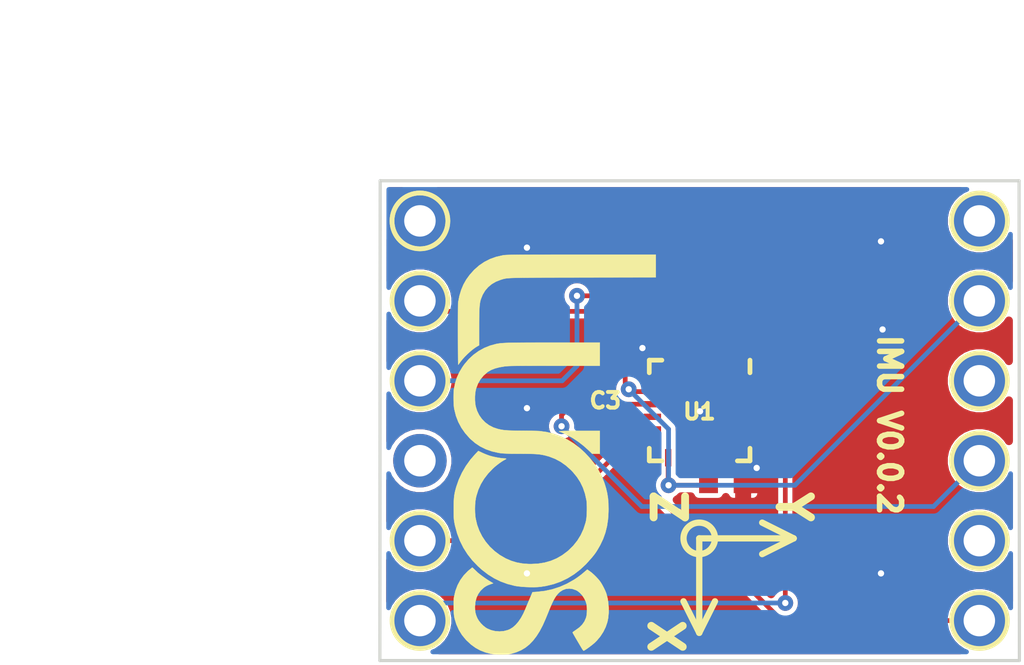
<source format=kicad_pcb>
(kicad_pcb (version 20171130) (host pcbnew "(5.0.1-3-g963ef8bb5)")

  (general
    (thickness 1.6)
    (drawings 25)
    (tracks 87)
    (zones 0)
    (modules 8)
    (nets 26)
  )

  (page A4)
  (layers
    (0 F.Cu signal hide)
    (31 B.Cu signal hide)
    (32 B.Adhes user hide)
    (33 F.Adhes user hide)
    (34 B.Paste user hide)
    (35 F.Paste user hide)
    (36 B.SilkS user hide)
    (37 F.SilkS user)
    (38 B.Mask user hide)
    (39 F.Mask user hide)
    (40 Dwgs.User user hide)
    (41 Cmts.User user hide)
    (42 Eco1.User user hide)
    (43 Eco2.User user hide)
    (44 Edge.Cuts user)
    (45 Margin user hide)
    (46 B.CrtYd user hide)
    (47 F.CrtYd user hide)
    (48 B.Fab user hide)
    (49 F.Fab user)
  )

  (setup
    (last_trace_width 0.15)
    (trace_clearance 0.15)
    (zone_clearance 0.15)
    (zone_45_only yes)
    (trace_min 0.15)
    (segment_width 0.15)
    (edge_width 0.15)
    (via_size 0.5)
    (via_drill 0.2)
    (via_min_size 0.5)
    (via_min_drill 0.2)
    (uvia_size 0.3)
    (uvia_drill 0.1)
    (uvias_allowed no)
    (uvia_min_size 0.2)
    (uvia_min_drill 0.1)
    (pcb_text_width 0.3)
    (pcb_text_size 1.5 1.5)
    (mod_edge_width 0.15)
    (mod_text_size 1 1)
    (mod_text_width 0.15)
    (pad_size 1.524 1.524)
    (pad_drill 0.762)
    (pad_to_mask_clearance 0)
    (solder_mask_min_width 0.25)
    (aux_axis_origin 0 0)
    (grid_origin 25.85 19.700001)
    (visible_elements 7FFFFF7F)
    (pcbplotparams
      (layerselection 0x3d0ef_ffffffff)
      (usegerberextensions false)
      (usegerberattributes false)
      (usegerberadvancedattributes false)
      (creategerberjobfile false)
      (excludeedgelayer true)
      (linewidth 0.100000)
      (plotframeref false)
      (viasonmask false)
      (mode 1)
      (useauxorigin false)
      (hpglpennumber 1)
      (hpglpenspeed 20)
      (hpglpendiameter 15.000000)
      (psnegative false)
      (psa4output false)
      (plotreference true)
      (plotvalue true)
      (plotinvisibletext false)
      (padsonsilk false)
      (subtractmaskfromsilk false)
      (outputformat 1)
      (mirror false)
      (drillshape 0)
      (scaleselection 1)
      (outputdirectory "gerber/assembly/"))
  )

  (net 0 "")
  (net 1 "Net-(J1-Pad10)")
  (net 2 /~CS)
  (net 3 /FSYNC)
  (net 4 GND)
  (net 5 /INT)
  (net 6 "Net-(J1-Pad6)")
  (net 7 +3V3)
  (net 8 "Net-(U1-Pad21)")
  (net 9 "Net-(U1-Pad19)")
  (net 10 "Net-(U1-Pad17)")
  (net 11 "Net-(U1-Pad16)")
  (net 12 "Net-(U1-Pad15)")
  (net 13 "Net-(U1-Pad14)")
  (net 14 "Net-(C3-Pad1)")
  (net 15 "Net-(U1-Pad7)")
  (net 16 "Net-(U1-Pad6)")
  (net 17 "Net-(U1-Pad5)")
  (net 18 "Net-(U1-Pad4)")
  (net 19 "Net-(U1-Pad3)")
  (net 20 "Net-(U1-Pad2)")
  (net 21 /SDA)
  (net 22 /SCL)
  (net 23 /AD0_SD0)
  (net 24 "Net-(J1-Pad2)")
  (net 25 "Net-(J1-Pad4)")

  (net_class Default "Ceci est la Netclass par défaut."
    (clearance 0.15)
    (trace_width 0.15)
    (via_dia 0.5)
    (via_drill 0.2)
    (uvia_dia 0.3)
    (uvia_drill 0.1)
    (add_net +3V3)
    (add_net /AD0_SD0)
    (add_net /FSYNC)
    (add_net /INT)
    (add_net /SCL)
    (add_net /SDA)
    (add_net /~CS)
    (add_net GND)
    (add_net "Net-(C3-Pad1)")
    (add_net "Net-(J1-Pad10)")
    (add_net "Net-(J1-Pad2)")
    (add_net "Net-(J1-Pad4)")
    (add_net "Net-(J1-Pad6)")
    (add_net "Net-(U1-Pad14)")
    (add_net "Net-(U1-Pad15)")
    (add_net "Net-(U1-Pad16)")
    (add_net "Net-(U1-Pad17)")
    (add_net "Net-(U1-Pad19)")
    (add_net "Net-(U1-Pad2)")
    (add_net "Net-(U1-Pad21)")
    (add_net "Net-(U1-Pad3)")
    (add_net "Net-(U1-Pad4)")
    (add_net "Net-(U1-Pad5)")
    (add_net "Net-(U1-Pad6)")
    (add_net "Net-(U1-Pad7)")
  )

  (module Common_Footprint:l0_Shield_Socket (layer F.Cu) (tedit 5C657850) (tstamp 5A9EE6EA)
    (at 36 27.325001)
    (path /5A8942A0)
    (fp_text reference J1 (at 0 0.5) (layer F.SilkS) hide
      (effects (font (size 1 1) (thickness 0.15)))
    )
    (fp_text value l0_Socket (at 0 -0.5) (layer F.Fab) hide
      (effects (font (size 1 1) (thickness 0.15)))
    )
    (fp_line (start -10.15 -7.625) (end -10.16 7.62) (layer Edge.Cuts) (width 0.1))
    (fp_line (start -10.15 -7.625) (end 10.15 -7.625) (layer Edge.Cuts) (width 0.1))
    (fp_line (start -10.16 7.62) (end 10.16 7.62) (layer Edge.Cuts) (width 0.1))
    (fp_line (start 10.15 -7.625) (end 10.16 7.62) (layer Edge.Cuts) (width 0.1))
    (pad 5 thru_hole circle (at 8.8875 -3.81 270) (size 1.7 1.7) (drill 1) (layers *.Cu *.Mask)
      (net 7 +3V3))
    (pad 6 thru_hole circle (at 8.8875 -6.35 270) (size 1.7 1.7) (drill 1) (layers *.Cu *.Mask)
      (net 6 "Net-(J1-Pad6)"))
    (pad 2 thru_hole circle (at 8.8875 3.81 270) (size 1.7 1.7) (drill 1) (layers *.Cu *.Mask)
      (net 24 "Net-(J1-Pad2)"))
    (pad 4 thru_hole circle (at 8.8875 -1.27 270) (size 1.7 1.7) (drill 1) (layers *.Cu *.Mask)
      (net 25 "Net-(J1-Pad4)"))
    (pad 1 thru_hole circle (at 8.8875 6.35 270) (size 1.7 1.7) (drill 1) (layers *.Cu *.Mask)
      (net 5 /INT))
    (pad 7 thru_hole circle (at -8.8875 -6.35 270) (size 1.7 1.7) (drill 1) (layers *.Cu *.Mask)
      (net 4 GND))
    (pad 11 thru_hole circle (at -8.8875 3.81 270) (size 1.7 1.7) (drill 1) (layers *.Cu *.Mask)
      (net 3 /FSYNC))
    (pad 9 thru_hole circle (at -8.8875 -1.27 270) (size 1.7 1.7) (drill 1) (layers *.Cu *.Mask)
      (net 22 /SCL))
    (pad 3 thru_hole circle (at 8.8875 1.27 270) (size 1.7 1.7) (drill 1) (layers *.Cu *.Mask)
      (net 23 /AD0_SD0))
    (pad 10 thru_hole circle (at -8.8875 1.27 270) (size 1.7 1.7) (drill 1) (layers *.Cu *.Mask)
      (net 1 "Net-(J1-Pad10)"))
    (pad 12 thru_hole circle (at -8.8875 6.35 270) (size 1.7 1.7) (drill 1) (layers *.Cu *.Mask)
      (net 2 /~CS))
    (pad 8 thru_hole circle (at -8.8875 -3.81 270) (size 1.7 1.7) (drill 1) (layers *.Cu *.Mask)
      (net 21 /SDA))
  )

  (module Common_Footprint:C_0402_NoSilk (layer F.Cu) (tedit 5E8B679F) (tstamp 5AA00BDD)
    (at 33.0125 27.275001 180)
    (descr "Capacitor SMD 0402, reflow soldering, AVX (see smccp.pdf)")
    (tags "capacitor 0402")
    (path /5A93075C)
    (attr smd)
    (fp_text reference C3 (at 0.01 0.59 180) (layer F.SilkS)
      (effects (font (size 0.5 0.5) (thickness 0.125)))
    )
    (fp_text value 100nF (at 0 1.27 180) (layer F.Fab) hide
      (effects (font (size 1 1) (thickness 0.15)))
    )
    (fp_text user %R (at -0.01 0.01 180) (layer F.Fab)
      (effects (font (size 0.3 0.3) (thickness 0.075)))
    )
    (fp_line (start -0.5 0.25) (end -0.5 -0.25) (layer F.Fab) (width 0.1))
    (fp_line (start 0.5 0.25) (end -0.5 0.25) (layer F.Fab) (width 0.1))
    (fp_line (start 0.5 -0.25) (end 0.5 0.25) (layer F.Fab) (width 0.1))
    (fp_line (start -0.5 -0.25) (end 0.5 -0.25) (layer F.Fab) (width 0.1))
    (fp_line (start -1 -0.4) (end 1 -0.4) (layer F.CrtYd) (width 0.05))
    (fp_line (start -1 -0.4) (end -1 0.4) (layer F.CrtYd) (width 0.05))
    (fp_line (start 1 0.4) (end 1 -0.4) (layer F.CrtYd) (width 0.05))
    (fp_line (start 1 0.4) (end -1 0.4) (layer F.CrtYd) (width 0.05))
    (pad 1 smd rect (at -0.55 0 180) (size 0.6 0.5) (layers F.Cu F.Paste F.Mask)
      (net 14 "Net-(C3-Pad1)"))
    (pad 2 smd rect (at 0.55 0 180) (size 0.6 0.5) (layers F.Cu F.Paste F.Mask)
      (net 4 GND))
    (model "${KISYS3DMOD}/0402 SMD Capacitor.step"
      (at (xyz 0 0 0))
      (scale (xyz 1 1 1))
      (rotate (xyz -90 0 0))
    )
  )

  (module Common_Footprint:C_0402_NoSilk (layer F.Cu) (tedit 5E8B679F) (tstamp 5AA00282)
    (at 36.8325 29.375001)
    (descr "Capacitor SMD 0402, reflow soldering, AVX (see smccp.pdf)")
    (tags "capacitor 0402")
    (path /5A8977DE)
    (attr smd)
    (fp_text reference C2 (at 0 -1.27) (layer F.SilkS) hide
      (effects (font (size 1 1) (thickness 0.15)))
    )
    (fp_text value 10nF (at 0 1.27) (layer F.Fab) hide
      (effects (font (size 1 1) (thickness 0.15)))
    )
    (fp_text user %R (at -0.01 0.01) (layer F.Fab)
      (effects (font (size 0.3 0.3) (thickness 0.075)))
    )
    (fp_line (start -0.5 0.25) (end -0.5 -0.25) (layer F.Fab) (width 0.1))
    (fp_line (start 0.5 0.25) (end -0.5 0.25) (layer F.Fab) (width 0.1))
    (fp_line (start 0.5 -0.25) (end 0.5 0.25) (layer F.Fab) (width 0.1))
    (fp_line (start -0.5 -0.25) (end 0.5 -0.25) (layer F.Fab) (width 0.1))
    (fp_line (start -1 -0.4) (end 1 -0.4) (layer F.CrtYd) (width 0.05))
    (fp_line (start -1 -0.4) (end -1 0.4) (layer F.CrtYd) (width 0.05))
    (fp_line (start 1 0.4) (end 1 -0.4) (layer F.CrtYd) (width 0.05))
    (fp_line (start 1 0.4) (end -1 0.4) (layer F.CrtYd) (width 0.05))
    (pad 1 smd rect (at -0.55 0) (size 0.6 0.5) (layers F.Cu F.Paste F.Mask)
      (net 7 +3V3))
    (pad 2 smd rect (at 0.55 0) (size 0.6 0.5) (layers F.Cu F.Paste F.Mask)
      (net 4 GND))
    (model "${KISYS3DMOD}/0402 SMD Capacitor.step"
      (at (xyz 0 0 0))
      (scale (xyz 1 1 1))
      (rotate (xyz -90 0 0))
    )
  )

  (module Common_Footprint:C_0402_NoSilk (layer F.Cu) (tedit 5E8B679F) (tstamp 5AA00274)
    (at 36.3225 24.515001 180)
    (descr "Capacitor SMD 0402, reflow soldering, AVX (see smccp.pdf)")
    (tags "capacitor 0402")
    (path /5A897804)
    (attr smd)
    (fp_text reference C1 (at 0 -1.27 180) (layer F.SilkS) hide
      (effects (font (size 1 1) (thickness 0.15)))
    )
    (fp_text value 100nF (at 0 1.27 180) (layer F.Fab) hide
      (effects (font (size 1 1) (thickness 0.15)))
    )
    (fp_text user %R (at -0.01 0.01 180) (layer F.Fab)
      (effects (font (size 0.3 0.3) (thickness 0.075)))
    )
    (fp_line (start -0.5 0.25) (end -0.5 -0.25) (layer F.Fab) (width 0.1))
    (fp_line (start 0.5 0.25) (end -0.5 0.25) (layer F.Fab) (width 0.1))
    (fp_line (start 0.5 -0.25) (end 0.5 0.25) (layer F.Fab) (width 0.1))
    (fp_line (start -0.5 -0.25) (end 0.5 -0.25) (layer F.Fab) (width 0.1))
    (fp_line (start -1 -0.4) (end 1 -0.4) (layer F.CrtYd) (width 0.05))
    (fp_line (start -1 -0.4) (end -1 0.4) (layer F.CrtYd) (width 0.05))
    (fp_line (start 1 0.4) (end 1 -0.4) (layer F.CrtYd) (width 0.05))
    (fp_line (start 1 0.4) (end -1 0.4) (layer F.CrtYd) (width 0.05))
    (pad 1 smd rect (at -0.55 0 180) (size 0.6 0.5) (layers F.Cu F.Paste F.Mask)
      (net 7 +3V3))
    (pad 2 smd rect (at 0.55 0 180) (size 0.6 0.5) (layers F.Cu F.Paste F.Mask)
      (net 4 GND))
    (model "${KISYS3DMOD}/0402 SMD Capacitor.step"
      (at (xyz 0 0 0))
      (scale (xyz 1 1 1))
      (rotate (xyz -90 0 0))
    )
  )

  (module Common_Footprint:R_0402_NoSilk (layer F.Cu) (tedit 5E8B6747) (tstamp 5AA001F2)
    (at 34.5875 23.850001 90)
    (descr "Resistor SMD 0402, reflow soldering, Vishay (see dcrcw.pdf)")
    (tags "resistor 0402")
    (path /5A930B94)
    (attr smd)
    (fp_text reference R2 (at 0 -1.2 90) (layer F.Fab) hide
      (effects (font (size 1 1) (thickness 0.15)))
    )
    (fp_text value 4.7K (at 0 1.25 90) (layer F.Fab) hide
      (effects (font (size 1 1) (thickness 0.15)))
    )
    (fp_line (start 0.8 0.45) (end -0.8 0.45) (layer F.CrtYd) (width 0.05))
    (fp_line (start 0.8 0.45) (end 0.8 -0.45) (layer F.CrtYd) (width 0.05))
    (fp_line (start -0.8 -0.45) (end -0.8 0.45) (layer F.CrtYd) (width 0.05))
    (fp_line (start -0.8 -0.45) (end 0.8 -0.45) (layer F.CrtYd) (width 0.05))
    (fp_line (start -0.5 -0.25) (end 0.5 -0.25) (layer F.Fab) (width 0.1))
    (fp_line (start 0.5 -0.25) (end 0.5 0.25) (layer F.Fab) (width 0.1))
    (fp_line (start 0.5 0.25) (end -0.5 0.25) (layer F.Fab) (width 0.1))
    (fp_line (start -0.5 0.25) (end -0.5 -0.25) (layer F.Fab) (width 0.1))
    (pad 2 smd rect (at 0.45 0 90) (size 0.4 0.6) (layers F.Cu F.Paste F.Mask)
      (net 21 /SDA))
    (pad 1 smd rect (at -0.45 0 90) (size 0.4 0.6) (layers F.Cu F.Paste F.Mask)
      (net 7 +3V3))
    (model "${KISYS3DMOD}/0402 SMD Resistor.step"
      (at (xyz 0 0 0))
      (scale (xyz 1 1 1))
      (rotate (xyz 0 0 90))
    )
  )

  (module Common_Footprint:R_0402_NoSilk (layer F.Cu) (tedit 5E8B6747) (tstamp 5AA001E4)
    (at 33.635002 23.850589 90)
    (descr "Resistor SMD 0402, reflow soldering, Vishay (see dcrcw.pdf)")
    (tags "resistor 0402")
    (path /5A92F432)
    (attr smd)
    (fp_text reference R1 (at 0 -1.2 90) (layer F.Fab) hide
      (effects (font (size 1 1) (thickness 0.15)))
    )
    (fp_text value 4.7K (at 0 1.25 90) (layer F.Fab) hide
      (effects (font (size 1 1) (thickness 0.15)))
    )
    (fp_line (start 0.8 0.45) (end -0.8 0.45) (layer F.CrtYd) (width 0.05))
    (fp_line (start 0.8 0.45) (end 0.8 -0.45) (layer F.CrtYd) (width 0.05))
    (fp_line (start -0.8 -0.45) (end -0.8 0.45) (layer F.CrtYd) (width 0.05))
    (fp_line (start -0.8 -0.45) (end 0.8 -0.45) (layer F.CrtYd) (width 0.05))
    (fp_line (start -0.5 -0.25) (end 0.5 -0.25) (layer F.Fab) (width 0.1))
    (fp_line (start 0.5 -0.25) (end 0.5 0.25) (layer F.Fab) (width 0.1))
    (fp_line (start 0.5 0.25) (end -0.5 0.25) (layer F.Fab) (width 0.1))
    (fp_line (start -0.5 0.25) (end -0.5 -0.25) (layer F.Fab) (width 0.1))
    (pad 2 smd rect (at 0.45 0 90) (size 0.4 0.6) (layers F.Cu F.Paste F.Mask)
      (net 22 /SCL))
    (pad 1 smd rect (at -0.45 0 90) (size 0.4 0.6) (layers F.Cu F.Paste F.Mask)
      (net 7 +3V3))
    (model "${KISYS3DMOD}/0402 SMD Resistor.step"
      (at (xyz 0 0 0))
      (scale (xyz 1 1 1))
      (rotate (xyz 0 0 90))
    )
  )

  (module Common_Footprint:MPU9250 (layer F.Cu) (tedit 5A9FD9F6) (tstamp 5A9FEE63)
    (at 36 27 270)
    (descr "24-Lead Plastic QFN (3mm x 3mm); Pitch 0.4mm")
    (tags "QFN 0.4")
    (path /5A8966C1)
    (attr smd)
    (fp_text reference U1 (at 0.035001 0.0075) (layer F.SilkS)
      (effects (font (size 0.5 0.5) (thickness 0.125)))
    )
    (fp_text value MPU-9250 (at 0 3.25 270) (layer F.Fab) hide
      (effects (font (size 1 1) (thickness 0.15)))
    )
    (fp_line (start -0.5 -1.5) (end 1.5 -1.5) (layer F.Fab) (width 0.15))
    (fp_line (start 1.5 -1.5) (end 1.5 1.5) (layer F.Fab) (width 0.15))
    (fp_line (start 1.5 1.5) (end -1.5 1.5) (layer F.Fab) (width 0.15))
    (fp_line (start -1.5 1.5) (end -1.5 -0.5) (layer F.Fab) (width 0.15))
    (fp_line (start -1.5 -0.5) (end -0.5 -1.5) (layer F.Fab) (width 0.15))
    (fp_line (start 2.025 -2.025) (end 2.025 2.025) (layer F.CrtYd) (width 0.05))
    (fp_line (start 2.025 2.025) (end -2.025 2.025) (layer F.CrtYd) (width 0.05))
    (fp_line (start -2.025 2.025) (end -2.025 -2.025) (layer F.CrtYd) (width 0.05))
    (fp_line (start -2.025 -2.025) (end 2.025 -2.025) (layer F.CrtYd) (width 0.05))
    (fp_line (start -1.6 1.6) (end -1.6 1.2) (layer F.SilkS) (width 0.15))
    (fp_line (start -1.6 1.6) (end -1.2 1.6) (layer F.SilkS) (width 0.15))
    (fp_line (start 1.6 1.6) (end 1.6 1.2) (layer F.SilkS) (width 0.15))
    (fp_line (start 1.6 1.6) (end 1.2 1.6) (layer F.SilkS) (width 0.15))
    (fp_line (start 1.6 -1.6) (end 1.6 -1.2) (layer F.SilkS) (width 0.15))
    (fp_line (start 1.6 -1.6) (end 1.2 -1.6) (layer F.SilkS) (width 0.15))
    (fp_line (start -1.6 -1.6) (end -1.2 -1.6) (layer F.SilkS) (width 0.15))
    (pad 18 smd roundrect (at 0 0 270) (size 1.524 1.524) (layers F.Cu F.Paste F.Mask) (roundrect_rratio 0.098)
      (net 4 GND) (zone_connect 0))
    (pad 1 smd rect (at -1.5 -1 270) (size 0.55 0.2) (layers F.Cu F.Paste F.Mask)
      (net 7 +3V3))
    (pad 2 smd rect (at -1.5 -0.6 270) (size 0.55 0.2) (layers F.Cu F.Paste F.Mask)
      (net 20 "Net-(U1-Pad2)"))
    (pad 3 smd rect (at -1.5 -0.2 270) (size 0.55 0.2) (layers F.Cu F.Paste F.Mask)
      (net 19 "Net-(U1-Pad3)"))
    (pad 4 smd rect (at -1.5 0.2 270) (size 0.55 0.2) (layers F.Cu F.Paste F.Mask)
      (net 18 "Net-(U1-Pad4)"))
    (pad 5 smd rect (at -1.5 0.6 270) (size 0.55 0.2) (layers F.Cu F.Paste F.Mask)
      (net 17 "Net-(U1-Pad5)"))
    (pad 6 smd rect (at -1.5 1 270) (size 0.55 0.2) (layers F.Cu F.Paste F.Mask)
      (net 16 "Net-(U1-Pad6)"))
    (pad 7 smd rect (at -1 1.5) (size 0.55 0.2) (layers F.Cu F.Paste F.Mask)
      (net 15 "Net-(U1-Pad7)"))
    (pad 8 smd rect (at -0.6 1.5) (size 0.55 0.2) (layers F.Cu F.Paste F.Mask)
      (net 7 +3V3))
    (pad 9 smd rect (at -0.2 1.5) (size 0.55 0.2) (layers F.Cu F.Paste F.Mask)
      (net 23 /AD0_SD0))
    (pad 10 smd rect (at 0.2 1.5) (size 0.55 0.2) (layers F.Cu F.Paste F.Mask)
      (net 14 "Net-(C3-Pad1)"))
    (pad 11 smd rect (at 0.6 1.5) (size 0.55 0.2) (layers F.Cu F.Paste F.Mask)
      (net 3 /FSYNC))
    (pad 12 smd rect (at 1 1.5) (size 0.55 0.2) (layers F.Cu F.Paste F.Mask)
      (net 5 /INT))
    (pad 13 smd rect (at 1.5 1 270) (size 0.55 0.2) (layers F.Cu F.Paste F.Mask)
      (net 7 +3V3))
    (pad 14 smd rect (at 1.5 0.6 270) (size 0.55 0.2) (layers F.Cu F.Paste F.Mask)
      (net 13 "Net-(U1-Pad14)"))
    (pad 15 smd rect (at 1.5 0.2 270) (size 0.55 0.2) (layers F.Cu F.Paste F.Mask)
      (net 12 "Net-(U1-Pad15)"))
    (pad 16 smd rect (at 1.5 -0.2 270) (size 0.55 0.2) (layers F.Cu F.Paste F.Mask)
      (net 11 "Net-(U1-Pad16)"))
    (pad 17 smd rect (at 1.5 -0.6 270) (size 0.55 0.2) (layers F.Cu F.Paste F.Mask)
      (net 10 "Net-(U1-Pad17)"))
    (pad 18 smd rect (at 1.5 -1 270) (size 0.55 0.2) (layers F.Cu F.Paste F.Mask)
      (net 4 GND))
    (pad 19 smd rect (at 1 -1.5) (size 0.55 0.2) (layers F.Cu F.Paste F.Mask)
      (net 9 "Net-(U1-Pad19)"))
    (pad 20 smd rect (at 0.6 -1.5) (size 0.55 0.2) (layers F.Cu F.Paste F.Mask)
      (net 4 GND))
    (pad 21 smd rect (at 0.2 -1.5) (size 0.55 0.2) (layers F.Cu F.Paste F.Mask)
      (net 8 "Net-(U1-Pad21)"))
    (pad 22 smd rect (at -0.2 -1.5) (size 0.55 0.2) (layers F.Cu F.Paste F.Mask)
      (net 2 /~CS))
    (pad 23 smd rect (at -0.6 -1.5) (size 0.55 0.2) (layers F.Cu F.Paste F.Mask)
      (net 22 /SCL))
    (pad 24 smd rect (at -1 -1.5) (size 0.55 0.2) (layers F.Cu F.Paste F.Mask)
      (net 21 /SDA))
    (model ${KISYS3DMOD}/MPU9250.step
      (at (xyz 0 0 0))
      (scale (xyz 1 1 1))
      (rotate (xyz -90 0 180))
    )
  )

  (module Common_Footprint:Luos_logo (layer F.Cu) (tedit 5B9B947A) (tstamp 5B9C37D4)
    (at 31.3925 28.765001 270)
    (fp_text reference "" (at 0 0 270) (layer F.SilkS) hide
      (effects (font (size 1.524 1.524) (thickness 0.3)))
    )
    (fp_text value "" (at 0.75 0 270) (layer F.SilkS) hide
      (effects (font (size 1.524 1.524) (thickness 0.3)))
    )
    (fp_poly (pts (xy -0.3937 -1.190556) (xy -0.515682 -1.063469) (xy -0.646801 -0.916102) (xy -0.770563 -0.756235)
      (xy -0.87912 -0.59407) (xy -0.888375 -0.578885) (xy -0.921354 -0.521666) (xy -0.957124 -0.455255)
      (xy -0.993092 -0.384963) (xy -1.02666 -0.316101) (xy -1.055232 -0.253981) (xy -1.076213 -0.203913)
      (xy -1.086417 -0.173716) (xy -1.093033 -0.150862) (xy -1.098683 -0.139971) (xy -1.103436 -0.142406)
      (xy -1.107363 -0.159532) (xy -1.110533 -0.192712) (xy -1.113017 -0.24331) (xy -1.114885 -0.31269)
      (xy -1.116207 -0.402215) (xy -1.117053 -0.51325) (xy -1.117493 -0.647157) (xy -1.1176 -0.780301)
      (xy -1.1176 -1.4351) (xy -0.3937 -1.4351) (xy -0.3937 -1.190556)) (layer F.SilkS) (width 0.01))
    (fp_poly (pts (xy -5.991204 -0.904876) (xy -5.990731 -0.615337) (xy -5.9903 -0.350043) (xy -5.989877 -0.107834)
      (xy -5.989431 0.112445) (xy -5.988928 0.311951) (xy -5.988338 0.491841) (xy -5.987626 0.653272)
      (xy -5.986761 0.7974) (xy -5.985711 0.925383) (xy -5.984442 1.038377) (xy -5.982922 1.137538)
      (xy -5.98112 1.224025) (xy -5.979002 1.298992) (xy -5.976535 1.363598) (xy -5.973689 1.418998)
      (xy -5.97043 1.466351) (xy -5.966725 1.506811) (xy -5.962543 1.541537) (xy -5.95785 1.571685)
      (xy -5.952615 1.598412) (xy -5.946805 1.622874) (xy -5.940387 1.646229) (xy -5.93333 1.669632)
      (xy -5.9256 1.694242) (xy -5.917597 1.719815) (xy -5.859637 1.867488) (xy -5.782368 1.999008)
      (xy -5.686658 2.113504) (xy -5.573373 2.210104) (xy -5.44338 2.287936) (xy -5.297547 2.34613)
      (xy -5.293005 2.347542) (xy -5.249811 2.359463) (xy -5.202224 2.369539) (xy -5.147894 2.377909)
      (xy -5.084469 2.384711) (xy -5.0096 2.390081) (xy -4.920934 2.394159) (xy -4.816123 2.397082)
      (xy -4.692815 2.398988) (xy -4.548659 2.400014) (xy -4.393181 2.4003) (xy -3.836053 2.4003)
      (xy -3.81589 2.43929) (xy -3.772216 2.511725) (xy -3.712167 2.594145) (xy -3.640042 2.68178)
      (xy -3.560141 2.769859) (xy -3.476761 2.853612) (xy -3.394203 2.928267) (xy -3.3274 2.981364)
      (xy -3.284256 3.013269) (xy -3.248433 3.040174) (xy -3.225235 3.058079) (xy -3.220085 3.062352)
      (xy -3.23077 3.063788) (xy -3.264532 3.065114) (xy -3.319047 3.066327) (xy -3.391992 3.067424)
      (xy -3.481045 3.068401) (xy -3.583882 3.069257) (xy -3.69818 3.069988) (xy -3.821615 3.070591)
      (xy -3.951866 3.071063) (xy -4.086608 3.071402) (xy -4.223518 3.071604) (xy -4.360274 3.071666)
      (xy -4.494551 3.071586) (xy -4.624028 3.071361) (xy -4.746381 3.070988) (xy -4.859287 3.070463)
      (xy -4.960422 3.069784) (xy -5.047464 3.068949) (xy -5.118089 3.067953) (xy -5.169974 3.066794)
      (xy -5.200797 3.06547) (xy -5.207 3.064848) (xy -5.41071 3.023882) (xy -5.59588 2.96851)
      (xy -5.765992 2.89699) (xy -5.924524 2.80758) (xy -6.074956 2.698539) (xy -6.220767 2.568125)
      (xy -6.24269 2.546376) (xy -6.375093 2.395596) (xy -6.486748 2.230445) (xy -6.577229 2.051785)
      (xy -6.646111 1.860483) (xy -6.692969 1.657401) (xy -6.699093 1.61925) (xy -6.701461 1.600838)
      (xy -6.703629 1.577792) (xy -6.705606 1.549016) (xy -6.707402 1.513413) (xy -6.709023 1.469887)
      (xy -6.710479 1.41734) (xy -6.711777 1.354677) (xy -6.712928 1.280801) (xy -6.713938 1.194615)
      (xy -6.714817 1.095023) (xy -6.715572 0.980928) (xy -6.716213 0.851234) (xy -6.716747 0.704844)
      (xy -6.717184 0.540662) (xy -6.717532 0.35759) (xy -6.717799 0.154533) (xy -6.717993 -0.069606)
      (xy -6.718123 -0.315924) (xy -6.718198 -0.585517) (xy -6.718226 -0.860425) (xy -6.7183 -3.2131)
      (xy -6.356679 -3.213101) (xy -5.995058 -3.213101) (xy -5.991204 -0.904876)) (layer F.SilkS) (width 0.01))
    (fp_poly (pts (xy 4.671245 -1.716286) (xy 4.823697 -1.701936) (xy 4.955046 -1.675878) (xy 5.112537 -1.622409)
      (xy 5.266868 -1.546597) (xy 5.413163 -1.451438) (xy 5.546547 -1.339932) (xy 5.615056 -1.270067)
      (xy 5.653045 -1.226104) (xy 5.695097 -1.17391) (xy 5.738239 -1.117611) (xy 5.7795 -1.061334)
      (xy 5.815906 -1.009204) (xy 5.844485 -0.965348) (xy 5.862265 -0.93389) (xy 5.866726 -0.92075)
      (xy 5.856588 -0.908041) (xy 5.830301 -0.88788) (xy 5.800364 -0.868778) (xy 5.768377 -0.849826)
      (xy 5.719293 -0.820733) (xy 5.657863 -0.784315) (xy 5.588838 -0.74339) (xy 5.516969 -0.700773)
      (xy 5.516514 -0.700503) (xy 5.449397 -0.661045) (xy 5.389467 -0.626462) (xy 5.34023 -0.598725)
      (xy 5.305191 -0.579804) (xy 5.287857 -0.571669) (xy 5.286956 -0.5715) (xy 5.275309 -0.581556)
      (xy 5.254145 -0.608503) (xy 5.227112 -0.647511) (xy 5.212601 -0.669925) (xy 5.128756 -0.785387)
      (xy 5.037832 -0.877313) (xy 4.938221 -0.94697) (xy 4.828315 -0.995625) (xy 4.782056 -1.009248)
      (xy 4.720744 -1.020019) (xy 4.643528 -1.026383) (xy 4.559545 -1.028212) (xy 4.477928 -1.025377)
      (xy 4.407812 -1.017748) (xy 4.39165 -1.014769) (xy 4.294386 -0.984959) (xy 4.198458 -0.937921)
      (xy 4.109059 -0.877498) (xy 4.031379 -0.807536) (xy 3.970613 -0.731879) (xy 3.943231 -0.682759)
      (xy 3.904798 -0.572381) (xy 3.891098 -0.464412) (xy 3.901941 -0.360296) (xy 3.937136 -0.261481)
      (xy 3.996492 -0.169411) (xy 4.013614 -0.149261) (xy 4.0612 -0.101257) (xy 4.117082 -0.055759)
      (xy 4.184113 -0.011126) (xy 4.265145 0.034282) (xy 4.36303 0.082106) (xy 4.480622 0.133987)
      (xy 4.572 0.171893) (xy 4.641943 0.200358) (xy 4.723397 0.233525) (xy 4.804352 0.266504)
      (xy 4.8514 0.285678) (xy 5.058641 0.37737) (xy 5.242493 0.47413) (xy 5.40463 0.576927)
      (xy 5.546731 0.686731) (xy 5.5499 0.689451) (xy 5.669809 0.805263) (xy 5.769304 0.929722)
      (xy 5.850242 1.06604) (xy 5.914485 1.217429) (xy 5.96389 1.387102) (xy 5.970518 1.41605)
      (xy 5.978953 1.472427) (xy 5.984471 1.547731) (xy 5.987133 1.635662) (xy 5.986999 1.729922)
      (xy 5.984132 1.824212) (xy 5.978593 1.912233) (xy 5.970442 1.987686) (xy 5.964624 2.022791)
      (xy 5.919574 2.200074) (xy 5.856386 2.362985) (xy 5.773341 2.514572) (xy 5.668717 2.657879)
      (xy 5.540795 2.795955) (xy 5.513308 2.822232) (xy 5.366675 2.942665) (xy 5.205829 3.04208)
      (xy 5.030995 3.120354) (xy 4.87045 3.170456) (xy 4.821158 3.182294) (xy 4.775533 3.191103)
      (xy 4.728014 3.197433) (xy 4.673038 3.201834) (xy 4.605042 3.204855) (xy 4.518463 3.207047)
      (xy 4.4958 3.207483) (xy 4.374712 3.208484) (xy 4.276921 3.206505) (xy 4.200488 3.201477)
      (xy 4.1529 3.19512) (xy 3.961898 3.149359) (xy 3.784933 3.082602) (xy 3.622294 2.995015)
      (xy 3.474274 2.886765) (xy 3.341162 2.758018) (xy 3.295373 2.704761) (xy 3.222545 2.615744)
      (xy 3.290532 2.542947) (xy 3.323603 2.507737) (xy 3.349936 2.480074) (xy 3.364774 2.464945)
      (xy 3.366017 2.4638) (xy 3.387812 2.440998) (xy 3.420322 2.401568) (xy 3.460207 2.350036)
      (xy 3.504129 2.290933) (xy 3.548749 2.228786) (xy 3.590728 2.168123) (xy 3.626726 2.113474)
      (xy 3.639894 2.092362) (xy 3.725227 1.952354) (xy 3.75273 2.033452) (xy 3.781857 2.111479)
      (xy 3.812366 2.174302) (xy 3.849427 2.231833) (xy 3.871308 2.260793) (xy 3.960967 2.354901)
      (xy 4.06643 2.429646) (xy 4.186401 2.484449) (xy 4.319587 2.518728) (xy 4.46469 2.531905)
      (xy 4.47675 2.53203) (xy 4.577046 2.528831) (xy 4.662982 2.516761) (xy 4.744699 2.493642)
      (xy 4.83234 2.457297) (xy 4.8387 2.454323) (xy 4.916205 2.408484) (xy 4.995414 2.345336)
      (xy 5.069483 2.27149) (xy 5.131564 2.193554) (xy 5.164305 2.13995) (xy 5.215916 2.01593)
      (xy 5.246664 1.884104) (xy 5.25641 1.749164) (xy 5.245016 1.615804) (xy 5.212344 1.488718)
      (xy 5.185386 1.423471) (xy 5.128301 1.329959) (xy 5.048062 1.238544) (xy 4.946916 1.15103)
      (xy 4.827108 1.069219) (xy 4.690883 0.994913) (xy 4.600564 0.953991) (xy 4.548193 0.931922)
      (xy 4.478864 0.902663) (xy 4.399004 0.868928) (xy 4.315044 0.833434) (xy 4.2418 0.802446)
      (xy 4.00685 0.703005) (xy 3.997749 0.567599) (xy 3.968789 0.31509) (xy 3.916301 0.071787)
      (xy 3.839976 -0.163226) (xy 3.739505 -0.390869) (xy 3.614579 -0.612057) (xy 3.583482 -0.6604)
      (xy 3.541028 -0.722616) (xy 3.494462 -0.78711) (xy 3.4501 -0.845309) (xy 3.421112 -0.880793)
      (xy 3.383678 -0.924588) (xy 3.349153 -0.965248) (xy 3.323388 -0.995874) (xy 3.317731 -1.002693)
      (xy 3.289013 -1.037551) (xy 3.33985 -1.112501) (xy 3.38862 -1.176502) (xy 3.452109 -1.24829)
      (xy 3.524011 -1.321402) (xy 3.598018 -1.389377) (xy 3.6576 -1.438084) (xy 3.71524 -1.47724)
      (xy 3.789037 -1.520521) (xy 3.871104 -1.563852) (xy 3.953558 -1.603159) (xy 4.028514 -1.634369)
      (xy 4.056994 -1.644455) (xy 4.197005 -1.6813) (xy 4.350791 -1.70572) (xy 4.51124 -1.717465)
      (xy 4.671245 -1.716286)) (layer F.SilkS) (width 0.01))
    (fp_poly (pts (xy 1.459355 -1.710961) (xy 1.693227 -1.695943) (xy 1.91159 -1.663242) (xy 2.118146 -1.611787)
      (xy 2.3166 -1.540508) (xy 2.510655 -1.448334) (xy 2.654424 -1.365535) (xy 2.706714 -1.332845)
      (xy 2.749014 -1.305101) (xy 2.787654 -1.27769) (xy 2.828963 -1.245999) (xy 2.879273 -1.205418)
      (xy 2.918909 -1.172821) (xy 3.115553 -0.996369) (xy 3.288496 -0.811037) (xy 3.438005 -0.616352)
      (xy 3.564346 -0.411844) (xy 3.667788 -0.19704) (xy 3.748595 0.028532) (xy 3.807036 0.265343)
      (xy 3.836164 0.449105) (xy 3.844282 0.544875) (xy 3.84792 0.658059) (xy 3.847346 0.781856)
      (xy 3.842829 0.909462) (xy 3.834637 1.034076) (xy 3.823038 1.148893) (xy 3.8083 1.247113)
      (xy 3.803797 1.27) (xy 3.745137 1.497981) (xy 3.667018 1.712584) (xy 3.568212 1.916106)
      (xy 3.447492 2.110844) (xy 3.303632 2.299095) (xy 3.18103 2.43613) (xy 2.996877 2.612792)
      (xy 2.801743 2.766727) (xy 2.594892 2.898339) (xy 2.375587 3.008033) (xy 2.143091 3.096212)
      (xy 1.896667 3.163281) (xy 1.8288 3.177594) (xy 1.77976 3.186821) (xy 1.734336 3.193886)
      (xy 1.687988 3.19907) (xy 1.636179 3.202654) (xy 1.574371 3.204918) (xy 1.498024 3.206143)
      (xy 1.402602 3.206608) (xy 1.3589 3.206645) (xy 1.232376 3.205922) (xy 1.126097 3.20332)
      (xy 1.034937 3.198233) (xy 0.953775 3.190059) (xy 0.877485 3.178194) (xy 0.800943 3.162034)
      (xy 0.719027 3.140976) (xy 0.6604 3.124354) (xy 0.432995 3.045385) (xy 0.211401 2.943189)
      (xy -0.000798 2.81984) (xy -0.200021 2.677414) (xy -0.376718 2.523727) (xy -0.480385 2.424326)
      (xy -0.418808 2.294838) (xy -0.38779 2.224612) (xy -0.356347 2.145106) (xy -0.329412 2.069105)
      (xy -0.319462 2.037379) (xy -0.299725 1.962645) (xy -0.281014 1.877636) (xy -0.264578 1.789552)
      (xy -0.251667 1.705595) (xy -0.243531 1.632966) (xy -0.2413 1.587115) (xy -0.238463 1.550531)
      (xy -0.230242 1.538528) (xy -0.217072 1.55128) (xy -0.206065 1.572926) (xy -0.178105 1.625781)
      (xy -0.136427 1.691378) (xy -0.085027 1.764252) (xy -0.027901 1.838943) (xy 0.030955 1.909986)
      (xy 0.080187 1.964292) (xy 0.23843 2.115007) (xy 0.402531 2.241637) (xy 0.574179 2.345153)
      (xy 0.755066 2.426525) (xy 0.946883 2.486725) (xy 1.019382 2.503494) (xy 1.119425 2.519198)
      (xy 1.235972 2.528706) (xy 1.360873 2.531936) (xy 1.485978 2.528805) (xy 1.603137 2.51923)
      (xy 1.667724 2.510103) (xy 1.865892 2.463702) (xy 2.056143 2.39401) (xy 2.236687 2.302387)
      (xy 2.405736 2.190193) (xy 2.561498 2.058786) (xy 2.702183 1.909527) (xy 2.826002 1.743775)
      (xy 2.931164 1.56289) (xy 2.941063 1.54305) (xy 3.011761 1.378189) (xy 3.063128 1.209059)
      (xy 3.096142 1.031168) (xy 3.111776 0.840021) (xy 3.113402 0.7493) (xy 3.102328 0.528183)
      (xy 3.06888 0.318929) (xy 3.012884 0.121056) (xy 2.934165 -0.065916) (xy 2.832551 -0.242466)
      (xy 2.707865 -0.409076) (xy 2.682868 -0.43815) (xy 2.533048 -0.590665) (xy 2.37041 -0.721263)
      (xy 2.194765 -0.830058) (xy 2.005925 -0.917162) (xy 1.8037 -0.982686) (xy 1.7399 -0.998265)
      (xy 1.676007 -1.008925) (xy 1.59327 -1.017113) (xy 1.498134 -1.022704) (xy 1.397045 -1.025577)
      (xy 1.296449 -1.025609) (xy 1.202793 -1.022676) (xy 1.122522 -1.016656) (xy 1.0795 -1.010845)
      (xy 0.874847 -0.965058) (xy 0.686026 -0.900411) (xy 0.510507 -0.815596) (xy 0.345762 -0.709308)
      (xy 0.189266 -0.58024) (xy 0.122819 -0.516349) (xy -0.017876 -0.359072) (xy -0.135068 -0.192933)
      (xy -0.229516 -0.016593) (xy -0.301977 0.17129) (xy -0.336714 0.296328) (xy -0.349574 0.35302)
      (xy -0.360283 0.408156) (xy -0.369044 0.464765) (xy -0.376055 0.525877) (xy -0.381517 0.594522)
      (xy -0.385632 0.673729) (xy -0.3886 0.766529) (xy -0.390621 0.875951) (xy -0.391897 1.005025)
      (xy -0.392571 1.139879) (xy -0.393157 1.268919) (xy -0.394027 1.37583) (xy -0.395324 1.463879)
      (xy -0.397188 1.536338) (xy -0.399761 1.596474) (xy -0.403185 1.647559) (xy -0.4076 1.692861)
      (xy -0.413148 1.735651) (xy -0.419971 1.779196) (xy -0.420311 1.781229) (xy -0.466673 1.988444)
      (xy -0.534016 2.181417) (xy -0.62248 2.360426) (xy -0.732206 2.52575) (xy -0.863335 2.677666)
      (xy -0.883334 2.697806) (xy -1.045524 2.84174) (xy -1.217976 2.962446) (xy -1.400777 3.059969)
      (xy -1.594014 3.134354) (xy -1.797775 3.185645) (xy -1.847472 3.194397) (xy -1.910536 3.201766)
      (xy -1.991856 3.207092) (xy -2.084461 3.210318) (xy -2.18138 3.211385) (xy -2.275643 3.210238)
      (xy -2.36028 3.206818) (xy -2.42832 3.201069) (xy -2.441749 3.199286) (xy -2.63265 3.161496)
      (xy -2.810621 3.105104) (xy -2.980084 3.028243) (xy -3.145458 2.929046) (xy -3.237736 2.863189)
      (xy -3.395924 2.728585) (xy -3.535094 2.577978) (xy -3.654219 2.412973) (xy -3.752276 2.235176)
      (xy -3.82824 2.046191) (xy -3.878649 1.859472) (xy -3.885384 1.825455) (xy -3.891429 1.790185)
      (xy -3.89682 1.752183) (xy -3.901595 1.709972) (xy -3.90579 1.662074) (xy -3.909441 1.607009)
      (xy -3.912586 1.543302) (xy -3.915262 1.469472) (xy -3.917504 1.384043) (xy -3.919349 1.285536)
      (xy -3.920835 1.172473) (xy -3.921998 1.043376) (xy -3.922874 0.896767) (xy -3.923501 0.731168)
      (xy -3.923914 0.5451) (xy -3.924152 0.337087) (xy -3.924249 0.105649) (xy -3.924257 0.022225)
      (xy -3.9243 -1.4351) (xy -3.1877 -1.4351) (xy -3.1877 -0.001166) (xy -3.187663 0.22546)
      (xy -3.187539 0.428192) (xy -3.187308 0.608534) (xy -3.186952 0.767993) (xy -3.18645 0.908073)
      (xy -3.185785 1.03028) (xy -3.184936 1.136119) (xy -3.183885 1.227096) (xy -3.182612 1.304716)
      (xy -3.181098 1.370484) (xy -3.179324 1.425905) (xy -3.177271 1.472486) (xy -3.174919 1.511731)
      (xy -3.17225 1.545146) (xy -3.169243 1.574236) (xy -3.167402 1.589221) (xy -3.13994 1.753134)
      (xy -3.102783 1.89476) (xy -3.055465 2.015477) (xy -2.99752 2.116663) (xy -2.98065 2.13995)
      (xy -2.87434 2.259887) (xy -2.753964 2.358678) (xy -2.619678 2.436225) (xy -2.471635 2.492426)
      (xy -2.40665 2.509355) (xy -2.314473 2.524241) (xy -2.207643 2.531605) (xy -2.095769 2.531447)
      (xy -1.988456 2.523767) (xy -1.89865 2.50932) (xy -1.751192 2.463929) (xy -1.615432 2.396989)
      (xy -1.493303 2.310374) (xy -1.386734 2.205955) (xy -1.297654 2.085604) (xy -1.227996 1.951195)
      (xy -1.182092 1.814264) (xy -1.168102 1.756605) (xy -1.156582 1.701925) (xy -1.147276 1.646893)
      (xy -1.139925 1.588178) (xy -1.134273 1.522448) (xy -1.130063 1.446371) (xy -1.127038 1.356618)
      (xy -1.124941 1.249856) (xy -1.123515 1.122753) (xy -1.122955 1.04775) (xy -1.122004 0.936002)
      (xy -1.120685 0.828074) (xy -1.119071 0.727627) (xy -1.117237 0.638322) (xy -1.115257 0.563817)
      (xy -1.113205 0.507774) (xy -1.111367 0.47625) (xy -1.079852 0.249897) (xy -1.023919 0.026659)
      (xy -0.944525 -0.19146) (xy -0.842628 -0.402458) (xy -0.719186 -0.604329) (xy -0.575155 -0.795071)
      (xy -0.425837 -0.958449) (xy -0.249782 -1.12267) (xy -0.072568 -1.26358) (xy 0.10894 -1.383191)
      (xy 0.29788 -1.483515) (xy 0.497388 -1.566562) (xy 0.55245 -1.585937) (xy 0.710683 -1.634545)
      (xy 0.864455 -1.670642) (xy 1.020059 -1.695096) (xy 1.183794 -1.708774) (xy 1.361953 -1.712545)
      (xy 1.459355 -1.710961)) (layer F.SilkS) (width 0.01))
  )

  (dimension 20.32 (width 0.3) (layer F.Fab)
    (gr_text "20.320 mm" (at 36.01 15.060001) (layer F.Fab)
      (effects (font (size 1.5 1.5) (thickness 0.3)))
    )
    (feature1 (pts (xy 46.17 19.700001) (xy 46.17 16.57358)))
    (feature2 (pts (xy 25.85 19.700001) (xy 25.85 16.57358)))
    (crossbar (pts (xy 25.85 17.160001) (xy 46.17 17.160001)))
    (arrow1a (pts (xy 46.17 17.160001) (xy 45.043496 17.746422)))
    (arrow1b (pts (xy 46.17 17.160001) (xy 45.043496 16.57358)))
    (arrow2a (pts (xy 25.85 17.160001) (xy 26.976504 17.746422)))
    (arrow2b (pts (xy 25.85 17.160001) (xy 26.976504 16.57358)))
  )
  (dimension 15.24 (width 0.3) (layer F.Fab)
    (gr_text "15.240 mm" (at 19.305 27.320001 270) (layer F.Fab)
      (effects (font (size 1.5 1.5) (thickness 0.3)))
    )
    (feature1 (pts (xy 25.85 34.940001) (xy 20.818579 34.940001)))
    (feature2 (pts (xy 25.85 19.700001) (xy 20.818579 19.700001)))
    (crossbar (pts (xy 21.405 19.700001) (xy 21.405 34.940001)))
    (arrow1a (pts (xy 21.405 34.940001) (xy 20.818579 33.813497)))
    (arrow1b (pts (xy 21.405 34.940001) (xy 21.991421 33.813497)))
    (arrow2a (pts (xy 21.405 19.700001) (xy 20.818579 20.826505)))
    (arrow2b (pts (xy 21.405 19.700001) (xy 21.991421 20.826505)))
  )
  (gr_text "IMU V0.0.2" (at 42.0325 27.455001 270) (layer F.SilkS)
    (effects (font (size 0.7 0.7) (thickness 0.175)))
  )
  (gr_circle (center 27.1125 20.975001) (end 28 20.975001) (layer F.SilkS) (width 0.15) (tstamp 5AA00F50))
  (gr_circle (center 44.8925 33.675001) (end 45.78 33.675001) (layer F.SilkS) (width 0.15) (tstamp 5A9ED106))
  (gr_circle (center 44.8925 31.135001) (end 45.78 31.135001) (layer F.SilkS) (width 0.15) (tstamp 5A9ED106))
  (gr_circle (center 44.8925 28.595001) (end 45.78 28.595001) (layer F.SilkS) (width 0.15) (tstamp 5A9ED106))
  (gr_circle (center 44.8925 26.055001) (end 45.78 26.055001) (layer F.SilkS) (width 0.15) (tstamp 5A9ED106))
  (gr_circle (center 44.8925 23.515001) (end 45.78 23.515001) (layer F.SilkS) (width 0.15) (tstamp 5A9ED106))
  (gr_circle (center 44.8925 20.975001) (end 45.78 20.975001) (layer F.SilkS) (width 0.15) (tstamp 5A9ED106))
  (gr_circle (center 27.1125 20.975001) (end 28 20.975001) (layer F.SilkS) (width 0.15) (tstamp 5A9ED106))
  (gr_circle (center 27.1125 23.515001) (end 28 23.515001) (layer F.SilkS) (width 0.15) (tstamp 5A9ED106))
  (gr_circle (center 27.1125 26.055001) (end 28 26.055001) (layer F.SilkS) (width 0.15) (tstamp 5A9ED106))
  (gr_circle (center 27.1125 31.135001) (end 28 31.135001) (layer F.SilkS) (width 0.15) (tstamp 5A9ED106))
  (gr_circle (center 27.1125 33.675001) (end 28 33.675001) (layer F.SilkS) (width 0.15))
  (gr_line (start 35.987502 34.062501) (end 36.487501 33.062501) (layer F.SilkS) (width 0.2) (tstamp 5A958F2B))
  (gr_line (start 35.987501 31.062501) (end 35.987502 34.062501) (layer F.SilkS) (width 0.2) (tstamp 5A958F2A))
  (gr_circle (center 35.987501 31.062501) (end 35.987501 31.562502) (layer F.SilkS) (width 0.2) (tstamp 5A958F29))
  (gr_line (start 35.987501 31.062501) (end 38.987501 31.062501) (layer F.SilkS) (width 0.2) (tstamp 5A958F28))
  (gr_line (start 37.987501 30.562501) (end 38.987501 31.062501) (layer F.SilkS) (width 0.2) (tstamp 5A958F27))
  (gr_line (start 38.987501 31.062501) (end 37.987501 31.562501) (layer F.SilkS) (width 0.2) (tstamp 5A958F26))
  (gr_line (start 35.987502 34.062501) (end 35.487501 33.062501) (layer F.SilkS) (width 0.2) (tstamp 5A958F25))
  (gr_text X (at 34.9125 34.175001 270) (layer F.SilkS) (tstamp 5A958F24)
    (effects (font (size 1 1) (thickness 0.25)))
  )
  (gr_text Y (at 38.987501 30.062501 270) (layer F.SilkS) (tstamp 5A958F23)
    (effects (font (size 1 1) (thickness 0.25)))
  )
  (gr_text Z (at 34.987501 30.062501 270) (layer F.SilkS) (tstamp 5A958F22)
    (effects (font (size 1 1) (thickness 0.25)))
  )

  (segment (start 38.721875 33.115626) (end 27.671875 33.115626) (width 0.15) (layer B.Cu) (net 2))
  (segment (start 27.671875 33.115626) (end 27.1125 33.675001) (width 0.15) (layer B.Cu) (net 2))
  (segment (start 37.925 26.8) (end 38.721875 27.596875) (width 0.15) (layer F.Cu) (net 2))
  (segment (start 37.5 26.8) (end 37.925 26.8) (width 0.15) (layer F.Cu) (net 2))
  (segment (start 38.721875 27.596875) (end 38.721875 33.115626) (width 0.15) (layer F.Cu) (net 2))
  (via (at 38.721875 33.115626) (size 0.5) (drill 0.2) (layers F.Cu B.Cu) (net 2))
  (segment (start 34.5 27.6) (end 34.137501 27.6) (width 0.15) (layer F.Cu) (net 3))
  (segment (start 34.137501 27.6) (end 30.6025 31.135001) (width 0.15) (layer F.Cu) (net 3))
  (segment (start 30.6025 31.135001) (end 27.1125 31.135001) (width 0.15) (layer F.Cu) (net 3))
  (via (at 34.1825 25.015001) (size 0.5) (drill 0.2) (layers F.Cu B.Cu) (net 4))
  (segment (start 27.1125 20.975001) (end 27.874499 21.737) (width 0.15) (layer F.Cu) (net 4))
  (segment (start 27.874499 21.737) (end 28.024499 21.737) (width 0.15) (layer F.Cu) (net 4))
  (via (at 30.5125 26.925001) (size 0.5) (drill 0.2) (layers F.Cu B.Cu) (net 4))
  (via (at 30.5125 21.825001) (size 0.5) (drill 0.2) (layers F.Cu B.Cu) (net 4))
  (via (at 41.7625 21.625001) (size 0.5) (drill 0.2) (layers F.Cu B.Cu) (net 4))
  (via (at 41.8125 24.425001) (size 0.5) (drill 0.2) (layers F.Cu B.Cu) (net 4))
  (via (at 41.7625 32.175001) (size 0.5) (drill 0.2) (layers F.Cu B.Cu) (net 4))
  (via (at 30.5125 32.175001) (size 0.5) (drill 0.2) (layers F.Cu B.Cu) (net 4))
  (via (at 37.8125 28.825001) (size 0.5) (drill 0.2) (layers F.Cu B.Cu) (net 4))
  (segment (start 36.587499 27.6) (end 36.0125 27.025001) (width 0.15) (layer F.Cu) (net 4))
  (segment (start 37.5 27.6) (end 36.587499 27.6) (width 0.15) (layer F.Cu) (net 4))
  (segment (start 37 28) (end 36 27) (width 0.15) (layer F.Cu) (net 4))
  (segment (start 37 28.5) (end 37 28) (width 0.15) (layer F.Cu) (net 4))
  (via (at 36.0125 27.025001) (size 0.5) (drill 0.2) (layers F.Cu B.Cu) (net 4))
  (segment (start 34.5 28) (end 34.5 29.565503) (width 0.15) (layer F.Cu) (net 5))
  (segment (start 34.5 29.565503) (end 38.609498 33.675001) (width 0.15) (layer F.Cu) (net 5))
  (segment (start 38.609498 33.675001) (end 43.80987 33.675001) (width 0.15) (layer F.Cu) (net 5))
  (segment (start 43.80987 33.675001) (end 44.8875 33.675001) (width 0.15) (layer F.Cu) (net 5))
  (segment (start 37 25.5) (end 37 24.642501) (width 0.15) (layer F.Cu) (net 7))
  (segment (start 37 24.642501) (end 36.8725 24.515001) (width 0.15) (layer F.Cu) (net 7))
  (segment (start 34.5875 24.300001) (end 34.6875 24.300001) (width 0.15) (layer F.Cu) (net 7))
  (segment (start 34.6875 24.300001) (end 34.947501 24.04) (width 0.15) (layer F.Cu) (net 7))
  (segment (start 34.947501 24.04) (end 36.347499 24.04) (width 0.15) (layer F.Cu) (net 7))
  (segment (start 36.347499 24.04) (end 36.8225 24.515001) (width 0.15) (layer F.Cu) (net 7))
  (segment (start 36.8225 24.515001) (end 36.8725 24.515001) (width 0.15) (layer F.Cu) (net 7))
  (segment (start 36.2825 29.375001) (end 35.0125 29.375001) (width 0.15) (layer F.Cu) (net 7))
  (segment (start 33.745763 26.32499) (end 33.635002 26.214229) (width 0.15) (layer F.Cu) (net 7))
  (segment (start 33.635002 26.214229) (end 33.635002 25.725427) (width 0.15) (layer F.Cu) (net 7))
  (segment (start 33.635002 25.725427) (end 33.635002 24.300589) (width 0.15) (layer F.Cu) (net 7))
  (segment (start 34.5 26.4) (end 33.820773 26.4) (width 0.15) (layer F.Cu) (net 7))
  (via (at 33.745763 26.32499) (size 0.5) (drill 0.2) (layers F.Cu B.Cu) (net 7))
  (segment (start 35.0125 27.591727) (end 33.995762 26.574989) (width 0.15) (layer B.Cu) (net 7))
  (segment (start 35.0125 29.375001) (end 35.0125 27.591727) (width 0.15) (layer B.Cu) (net 7))
  (segment (start 33.995762 26.574989) (end 33.745763 26.32499) (width 0.15) (layer B.Cu) (net 7))
  (segment (start 33.820773 26.4) (end 33.745763 26.32499) (width 0.15) (layer F.Cu) (net 7))
  (segment (start 34.5875 24.300001) (end 33.63559 24.300001) (width 0.15) (layer F.Cu) (net 7))
  (segment (start 34.6375 24.350001) (end 34.5875 24.300001) (width 0.15) (layer F.Cu) (net 7))
  (segment (start 33.63559 24.300001) (end 33.635002 24.300589) (width 0.15) (layer F.Cu) (net 7))
  (segment (start 39.0275 29.375001) (end 35.9125 29.375001) (width 0.15) (layer B.Cu) (net 7))
  (segment (start 44.8875 23.515001) (end 39.0275 29.375001) (width 0.15) (layer B.Cu) (net 7))
  (segment (start 35.9125 29.375001) (end 35.0125 29.375001) (width 0.15) (layer B.Cu) (net 7))
  (via (at 35.0125 29.375001) (size 0.5) (drill 0.2) (layers F.Cu B.Cu) (net 7))
  (segment (start 35 29.362501) (end 35.0125 29.375001) (width 0.15) (layer F.Cu) (net 7))
  (segment (start 35 28.5) (end 35 29.362501) (width 0.15) (layer F.Cu) (net 7))
  (segment (start 33.687501 27.2) (end 33.6125 27.275001) (width 0.15) (layer F.Cu) (net 14))
  (segment (start 34.5 27.2) (end 33.687501 27.2) (width 0.15) (layer F.Cu) (net 14))
  (segment (start 34.5875 23.400001) (end 36.7075 23.400001) (width 0.15) (layer F.Cu) (net 21))
  (segment (start 36.7075 23.400001) (end 37.5 24.192501) (width 0.15) (layer F.Cu) (net 21))
  (segment (start 37.5 24.192501) (end 37.5 25.75) (width 0.15) (layer F.Cu) (net 21))
  (segment (start 37.5 25.75) (end 37.5 26) (width 0.15) (layer F.Cu) (net 21))
  (segment (start 27.1125 23.515001) (end 27.1125 23.525001) (width 0.15) (layer F.Cu) (net 21))
  (segment (start 34.1625 23.850001) (end 34.5875 23.425001) (width 0.15) (layer F.Cu) (net 21))
  (segment (start 27.1125 23.525001) (end 27.4375 23.850001) (width 0.15) (layer F.Cu) (net 21))
  (segment (start 27.4375 23.850001) (end 34.1625 23.850001) (width 0.15) (layer F.Cu) (net 21))
  (segment (start 34.5875 23.425001) (end 34.5875 23.400001) (width 0.15) (layer F.Cu) (net 21))
  (segment (start 37.5 26.4) (end 37.925 26.4) (width 0.15) (layer F.Cu) (net 22))
  (segment (start 38.2375 26.0875) (end 38.2375 24.410001) (width 0.15) (layer F.Cu) (net 22))
  (segment (start 37.925 26.4) (end 38.2375 26.0875) (width 0.15) (layer F.Cu) (net 22))
  (segment (start 33.735002 23.400589) (end 33.635002 23.400589) (width 0.15) (layer F.Cu) (net 22))
  (segment (start 38.2375 24.410001) (end 36.7325 22.905001) (width 0.15) (layer F.Cu) (net 22))
  (segment (start 36.7325 22.905001) (end 34.23059 22.905001) (width 0.15) (layer F.Cu) (net 22))
  (segment (start 34.23059 22.905001) (end 33.735002 23.400589) (width 0.15) (layer F.Cu) (net 22))
  (segment (start 27.1125 26.055001) (end 31.6325 26.055001) (width 0.15) (layer B.Cu) (net 22))
  (segment (start 31.6325 26.055001) (end 32.1025 25.585001) (width 0.15) (layer B.Cu) (net 22))
  (segment (start 32.1025 25.585001) (end 32.1025 23.765001) (width 0.15) (layer B.Cu) (net 22))
  (segment (start 32.1025 23.765001) (end 32.1025 23.355001) (width 0.15) (layer B.Cu) (net 22))
  (segment (start 32.1025 23.355001) (end 33.589414 23.355001) (width 0.15) (layer F.Cu) (net 22))
  (segment (start 33.589414 23.355001) (end 33.635002 23.400589) (width 0.15) (layer F.Cu) (net 22))
  (via (at 32.1025 23.355001) (size 0.5) (drill 0.2) (layers F.Cu B.Cu) (net 22))
  (segment (start 31.958948 26.8) (end 31.6125 27.146448) (width 0.15) (layer F.Cu) (net 23))
  (segment (start 31.6125 27.146448) (end 31.6125 27.500001) (width 0.15) (layer F.Cu) (net 23))
  (segment (start 34.5 26.8) (end 31.958948 26.8) (width 0.15) (layer F.Cu) (net 23))
  (segment (start 31.862499 27.75) (end 31.6125 27.500001) (width 0.15) (layer B.Cu) (net 23))
  (segment (start 34.1625 30.050001) (end 31.862499 27.75) (width 0.15) (layer B.Cu) (net 23))
  (segment (start 43.4325 30.050001) (end 34.1625 30.050001) (width 0.15) (layer B.Cu) (net 23))
  (segment (start 44.8875 28.595001) (end 43.4325 30.050001) (width 0.15) (layer B.Cu) (net 23))
  (via (at 31.6125 27.500001) (size 0.5) (drill 0.2) (layers F.Cu B.Cu) (net 23))

  (zone (net 4) (net_name GND) (layer F.Cu) (tstamp 0) (hatch edge 0.508)
    (connect_pads (clearance 0.15))
    (min_thickness 0.254)
    (fill yes (arc_segments 32) (thermal_gap 0.15) (thermal_bridge_width 0.508))
    (polygon
      (pts
        (xy 25.8425 19.705001) (xy 46.1625 19.705001) (xy 46.1625 33.675001) (xy 44.8925 34.945001) (xy 27.1125 34.945001)
        (xy 25.8425 33.675001)
      )
    )
    (filled_polygon
      (pts
        (xy 33.993569 28.254637) (xy 34.028184 28.296816) (xy 34.070363 28.331431) (xy 34.118484 28.357153) (xy 34.148 28.366107)
        (xy 34.148001 29.548204) (xy 34.146297 29.565503) (xy 34.149078 29.593735) (xy 34.153094 29.634507) (xy 34.173222 29.700859)
        (xy 34.205907 29.76201) (xy 34.224241 29.784349) (xy 34.249895 29.815609) (xy 34.263328 29.826633) (xy 38.348372 33.911679)
        (xy 38.359392 33.925107) (xy 38.37282 33.936127) (xy 38.372823 33.93613) (xy 38.412991 33.969094) (xy 38.474142 34.00178)
        (xy 38.540494 34.021908) (xy 38.592206 34.027001) (xy 38.592209 34.027001) (xy 38.609498 34.028704) (xy 38.626787 34.027001)
        (xy 43.813447 34.027001) (xy 43.888766 34.208836) (xy 44.012102 34.393422) (xy 44.169079 34.550399) (xy 44.270253 34.618001)
        (xy 27.729747 34.618001) (xy 27.830921 34.550399) (xy 27.987898 34.393422) (xy 28.111234 34.208836) (xy 28.19619 34.003735)
        (xy 28.2395 33.786001) (xy 28.2395 33.564001) (xy 28.19619 33.346267) (xy 28.111234 33.141166) (xy 27.987898 32.95658)
        (xy 27.830921 32.799603) (xy 27.646335 32.676267) (xy 27.441234 32.591311) (xy 27.2235 32.548001) (xy 27.0015 32.548001)
        (xy 26.783766 32.591311) (xy 26.578665 32.676267) (xy 26.394079 32.799603) (xy 26.237102 32.95658) (xy 26.168236 33.059645)
        (xy 26.169094 31.751641) (xy 26.237102 31.853422) (xy 26.394079 32.010399) (xy 26.578665 32.133735) (xy 26.783766 32.218691)
        (xy 27.0015 32.262001) (xy 27.2235 32.262001) (xy 27.441234 32.218691) (xy 27.646335 32.133735) (xy 27.830921 32.010399)
        (xy 27.987898 31.853422) (xy 28.111234 31.668836) (xy 28.186553 31.487001) (xy 30.585211 31.487001) (xy 30.6025 31.488704)
        (xy 30.619789 31.487001) (xy 30.619792 31.487001) (xy 30.671504 31.481908) (xy 30.737856 31.46178) (xy 30.799007 31.429094)
        (xy 30.852606 31.385107) (xy 30.863635 31.371668) (xy 33.989075 28.246229)
      )
    )
    (filled_polygon
      (pts
        (xy 26.455887 20.138783) (xy 27.1125 20.795396) (xy 27.769113 20.138783) (xy 27.695566 20.027001) (xy 44.277736 20.027001)
        (xy 44.169079 20.099603) (xy 44.012102 20.25658) (xy 43.888766 20.441166) (xy 43.80381 20.646267) (xy 43.7605 20.864001)
        (xy 43.7605 21.086001) (xy 43.80381 21.303735) (xy 43.888766 21.508836) (xy 44.012102 21.693422) (xy 44.169079 21.850399)
        (xy 44.353665 21.973735) (xy 44.558766 22.058691) (xy 44.7765 22.102001) (xy 44.9985 22.102001) (xy 45.216234 22.058691)
        (xy 45.421335 21.973735) (xy 45.605921 21.850399) (xy 45.762898 21.693422) (xy 45.824248 21.601605) (xy 45.825093 22.889661)
        (xy 45.762898 22.79658) (xy 45.605921 22.639603) (xy 45.421335 22.516267) (xy 45.216234 22.431311) (xy 44.9985 22.388001)
        (xy 44.7765 22.388001) (xy 44.558766 22.431311) (xy 44.353665 22.516267) (xy 44.169079 22.639603) (xy 44.012102 22.79658)
        (xy 43.888766 22.981166) (xy 43.80381 23.186267) (xy 43.7605 23.404001) (xy 43.7605 23.626001) (xy 43.80381 23.843735)
        (xy 43.888766 24.048836) (xy 44.012102 24.233422) (xy 44.169079 24.390399) (xy 44.353665 24.513735) (xy 44.558766 24.598691)
        (xy 44.7765 24.642001) (xy 44.9985 24.642001) (xy 45.216234 24.598691) (xy 45.421335 24.513735) (xy 45.605921 24.390399)
        (xy 45.762898 24.233422) (xy 45.825912 24.139114) (xy 45.82676 25.432157) (xy 45.762898 25.33658) (xy 45.605921 25.179603)
        (xy 45.421335 25.056267) (xy 45.216234 24.971311) (xy 44.9985 24.928001) (xy 44.7765 24.928001) (xy 44.558766 24.971311)
        (xy 44.353665 25.056267) (xy 44.169079 25.179603) (xy 44.012102 25.33658) (xy 43.888766 25.521166) (xy 43.80381 25.726267)
        (xy 43.7605 25.944001) (xy 43.7605 26.166001) (xy 43.80381 26.383735) (xy 43.888766 26.588836) (xy 44.012102 26.773422)
        (xy 44.169079 26.930399) (xy 44.353665 27.053735) (xy 44.558766 27.138691) (xy 44.7765 27.182001) (xy 44.9985 27.182001)
        (xy 45.216234 27.138691) (xy 45.421335 27.053735) (xy 45.605921 26.930399) (xy 45.762898 26.773422) (xy 45.827577 26.676623)
        (xy 45.828428 27.974653) (xy 45.762898 27.87658) (xy 45.605921 27.719603) (xy 45.421335 27.596267) (xy 45.216234 27.511311)
        (xy 44.9985 27.468001) (xy 44.7765 27.468001) (xy 44.558766 27.511311) (xy 44.353665 27.596267) (xy 44.169079 27.719603)
        (xy 44.012102 27.87658) (xy 43.888766 28.061166) (xy 43.80381 28.266267) (xy 43.7605 28.484001) (xy 43.7605 28.706001)
        (xy 43.80381 28.923735) (xy 43.888766 29.128836) (xy 44.012102 29.313422) (xy 44.169079 29.470399) (xy 44.353665 29.593735)
        (xy 44.558766 29.678691) (xy 44.7765 29.722001) (xy 44.9985 29.722001) (xy 45.216234 29.678691) (xy 45.421335 29.593735)
        (xy 45.605921 29.470399) (xy 45.762898 29.313422) (xy 45.829241 29.214132) (xy 45.830096 30.517149) (xy 45.762898 30.41658)
        (xy 45.605921 30.259603) (xy 45.421335 30.136267) (xy 45.216234 30.051311) (xy 44.9985 30.008001) (xy 44.7765 30.008001)
        (xy 44.558766 30.051311) (xy 44.353665 30.136267) (xy 44.169079 30.259603) (xy 44.012102 30.41658) (xy 43.888766 30.601166)
        (xy 43.80381 30.806267) (xy 43.7605 31.024001) (xy 43.7605 31.246001) (xy 43.80381 31.463735) (xy 43.888766 31.668836)
        (xy 44.012102 31.853422) (xy 44.169079 32.010399) (xy 44.353665 32.133735) (xy 44.558766 32.218691) (xy 44.7765 32.262001)
        (xy 44.9985 32.262001) (xy 45.216234 32.218691) (xy 45.421335 32.133735) (xy 45.605921 32.010399) (xy 45.762898 31.853422)
        (xy 45.830906 31.751641) (xy 45.831764 33.059645) (xy 45.762898 32.95658) (xy 45.605921 32.799603) (xy 45.421335 32.676267)
        (xy 45.216234 32.591311) (xy 44.9985 32.548001) (xy 44.7765 32.548001) (xy 44.558766 32.591311) (xy 44.353665 32.676267)
        (xy 44.169079 32.799603) (xy 44.012102 32.95658) (xy 43.888766 33.141166) (xy 43.813447 33.323001) (xy 39.206398 33.323001)
        (xy 39.228623 33.269346) (xy 39.248875 33.167531) (xy 39.248875 33.063721) (xy 39.228623 32.961906) (xy 39.188896 32.865998)
        (xy 39.131223 32.779683) (xy 39.073875 32.722335) (xy 39.073875 27.614155) (xy 39.075577 27.596874) (xy 39.073875 27.579593)
        (xy 39.073875 27.579583) (xy 39.068782 27.527871) (xy 39.048654 27.461519) (xy 39.026035 27.419202) (xy 39.015968 27.400367)
        (xy 38.983003 27.3602) (xy 38.983001 27.360198) (xy 38.97198 27.346769) (xy 38.958552 27.335749) (xy 38.222802 26.6)
        (xy 38.474182 26.348622) (xy 38.487605 26.337606) (xy 38.498621 26.324183) (xy 38.498629 26.324175) (xy 38.531593 26.284007)
        (xy 38.54657 26.255987) (xy 38.564279 26.222856) (xy 38.584407 26.156504) (xy 38.5895 26.104792) (xy 38.5895 26.104789)
        (xy 38.591203 26.0875) (xy 38.5895 26.070211) (xy 38.5895 24.427289) (xy 38.591203 24.41) (xy 38.589135 24.389007)
        (xy 38.584407 24.340997) (xy 38.564279 24.274645) (xy 38.542245 24.233422) (xy 38.531593 24.213493) (xy 38.500294 24.175356)
        (xy 38.487606 24.159895) (xy 38.474173 24.148871) (xy 36.993635 22.668334) (xy 36.982606 22.654895) (xy 36.929007 22.610908)
        (xy 36.867856 22.578222) (xy 36.801504 22.558094) (xy 36.749792 22.553001) (xy 36.749789 22.553001) (xy 36.7325 22.551298)
        (xy 36.715211 22.553001) (xy 34.247878 22.553001) (xy 34.230589 22.551298) (xy 34.2133 22.553001) (xy 34.213298 22.553001)
        (xy 34.161586 22.558094) (xy 34.095234 22.578222) (xy 34.066768 22.593437) (xy 34.034082 22.610908) (xy 34.006986 22.633146)
        (xy 33.980484 22.654895) (xy 33.96946 22.668328) (xy 33.71554 22.922249) (xy 33.335002 22.922249) (xy 33.280701 22.927597)
        (xy 33.228486 22.943436) (xy 33.180365 22.969158) (xy 33.139127 23.003001) (xy 32.495791 23.003001) (xy 32.438443 22.945653)
        (xy 32.352128 22.88798) (xy 32.25622 22.848253) (xy 32.154405 22.828001) (xy 32.050595 22.828001) (xy 31.94878 22.848253)
        (xy 31.852872 22.88798) (xy 31.766557 22.945653) (xy 31.693152 23.019058) (xy 31.635479 23.105373) (xy 31.595752 23.201281)
        (xy 31.5755 23.303096) (xy 31.5755 23.406906) (xy 31.59362 23.498001) (xy 28.2395 23.498001) (xy 28.2395 23.404001)
        (xy 28.19619 23.186267) (xy 28.111234 22.981166) (xy 27.987898 22.79658) (xy 27.830921 22.639603) (xy 27.646335 22.516267)
        (xy 27.441234 22.431311) (xy 27.2235 22.388001) (xy 27.0015 22.388001) (xy 26.783766 22.431311) (xy 26.578665 22.516267)
        (xy 26.394079 22.639603) (xy 26.237102 22.79658) (xy 26.174907 22.889661) (xy 26.175614 21.811219) (xy 26.455887 21.811219)
        (xy 26.553806 21.960044) (xy 26.756713 22.050112) (xy 26.973293 22.098865) (xy 27.195223 22.104429) (xy 27.413974 22.066589)
        (xy 27.62114 21.986799) (xy 27.671194 21.960044) (xy 27.769113 21.811219) (xy 27.1125 21.154606) (xy 26.455887 21.811219)
        (xy 26.175614 21.811219) (xy 26.175776 21.565486) (xy 26.276282 21.631614) (xy 26.932895 20.975001) (xy 27.292105 20.975001)
        (xy 27.948718 21.631614) (xy 28.097543 21.533695) (xy 28.187611 21.330788) (xy 28.236364 21.114208) (xy 28.241928 20.892278)
        (xy 28.204088 20.673527) (xy 28.124298 20.466361) (xy 28.097543 20.416307) (xy 27.948718 20.318388) (xy 27.292105 20.975001)
        (xy 26.932895 20.975001) (xy 26.276282 20.318388) (xy 26.176551 20.384006) (xy 26.176785 20.027001) (xy 26.529434 20.027001)
      )
    )
    (filled_polygon
      (pts
        (xy 38.369875 27.742678) (xy 38.369876 32.722334) (xy 38.312527 32.779683) (xy 38.272255 32.839955) (xy 35.269437 29.837138)
        (xy 35.348443 29.784349) (xy 35.405791 29.727001) (xy 35.723977 29.727001) (xy 35.725347 29.731517) (xy 35.751069 29.779638)
        (xy 35.785684 29.821817) (xy 35.827863 29.856432) (xy 35.875984 29.882154) (xy 35.928199 29.897993) (xy 35.9825 29.903341)
        (xy 36.5825 29.903341) (xy 36.636801 29.897993) (xy 36.689016 29.882154) (xy 36.737137 29.856432) (xy 36.779316 29.821817)
        (xy 36.813931 29.779638) (xy 36.83241 29.745067) (xy 36.837026 29.75621) (xy 36.86734 29.801578) (xy 36.905923 29.840161)
        (xy 36.951291 29.870475) (xy 37.001702 29.891356) (xy 37.055218 29.902001) (xy 37.18625 29.902001) (xy 37.2555 29.832751)
        (xy 37.2555 29.500001) (xy 37.5095 29.500001) (xy 37.5095 29.832751) (xy 37.57875 29.902001) (xy 37.709782 29.902001)
        (xy 37.763298 29.891356) (xy 37.813709 29.870475) (xy 37.859077 29.840161) (xy 37.89766 29.801578) (xy 37.927974 29.75621)
        (xy 37.948855 29.705799) (xy 37.9595 29.652283) (xy 37.9595 29.569251) (xy 37.89025 29.500001) (xy 37.5095 29.500001)
        (xy 37.2555 29.500001) (xy 37.2355 29.500001) (xy 37.2355 29.250001) (xy 37.2555 29.250001) (xy 37.2555 29.004243)
        (xy 37.276577 28.99016) (xy 37.31516 28.951577) (xy 37.338095 28.917251) (xy 37.5095 28.917251) (xy 37.5095 29.250001)
        (xy 37.89025 29.250001) (xy 37.9595 29.180751) (xy 37.9595 29.097719) (xy 37.948855 29.044203) (xy 37.927974 28.993792)
        (xy 37.89766 28.948424) (xy 37.859077 28.909841) (xy 37.813709 28.879527) (xy 37.763298 28.858646) (xy 37.709782 28.848001)
        (xy 37.57875 28.848001) (xy 37.5095 28.917251) (xy 37.338095 28.917251) (xy 37.345474 28.906209) (xy 37.366355 28.855798)
        (xy 37.377 28.802282) (xy 37.377 28.69625) (xy 37.30775 28.627) (xy 37.05 28.627) (xy 37.05 28.647)
        (xy 36.97834 28.647) (xy 36.97834 28.353) (xy 37.05 28.353) (xy 37.05 28.373) (xy 37.17078 28.373)
        (xy 37.225 28.37834) (xy 37.775 28.37834) (xy 37.829301 28.372992) (xy 37.881516 28.357153) (xy 37.929637 28.331431)
        (xy 37.971816 28.296816) (xy 38.006431 28.254637) (xy 38.032153 28.206516) (xy 38.047992 28.154301) (xy 38.05334 28.1)
        (xy 38.05334 27.9) (xy 38.047992 27.845699) (xy 38.033822 27.798985) (xy 38.041355 27.780798) (xy 38.052 27.727282)
        (xy 38.052 27.71925) (xy 37.98275 27.65) (xy 37.894898 27.65) (xy 37.881516 27.642847) (xy 37.829301 27.627008)
        (xy 37.775 27.62166) (xy 37.353 27.62166) (xy 37.353 27.57834) (xy 37.775 27.57834) (xy 37.829301 27.572992)
        (xy 37.881516 27.557153) (xy 37.894898 27.55) (xy 37.98275 27.55) (xy 38.052 27.48075) (xy 38.052 27.472718)
        (xy 38.041355 27.419202) (xy 38.037788 27.41059)
      )
    )
    (filled_polygon
      (pts
        (xy 26.237102 24.233422) (xy 26.394079 24.390399) (xy 26.578665 24.513735) (xy 26.783766 24.598691) (xy 27.0015 24.642001)
        (xy 27.2235 24.642001) (xy 27.441234 24.598691) (xy 27.646335 24.513735) (xy 27.830921 24.390399) (xy 27.987898 24.233422)
        (xy 28.008893 24.202001) (xy 33.056662 24.202001) (xy 33.056662 24.500589) (xy 33.06201 24.55489) (xy 33.077849 24.607105)
        (xy 33.103571 24.655226) (xy 33.138186 24.697405) (xy 33.180365 24.73202) (xy 33.228486 24.757742) (xy 33.280701 24.773581)
        (xy 33.283003 24.773808) (xy 33.283002 25.742718) (xy 33.283003 25.742727) (xy 33.283002 26.068986) (xy 33.278742 26.075362)
        (xy 33.239015 26.17127) (xy 33.218763 26.273085) (xy 33.218763 26.376895) (xy 33.232906 26.448) (xy 31.976228 26.448)
        (xy 31.958947 26.446298) (xy 31.941666 26.448) (xy 31.941656 26.448) (xy 31.889944 26.453093) (xy 31.823592 26.473221)
        (xy 31.813323 26.47871) (xy 31.76244 26.505907) (xy 31.743444 26.521497) (xy 31.708842 26.549894) (xy 31.697817 26.563328)
        (xy 31.375828 26.885318) (xy 31.362394 26.896343) (xy 31.351372 26.909774) (xy 31.318407 26.949941) (xy 31.306082 26.973001)
        (xy 31.285721 27.011093) (xy 31.265593 27.077445) (xy 31.263372 27.1) (xy 31.262953 27.104257) (xy 31.203152 27.164058)
        (xy 31.145479 27.250373) (xy 31.105752 27.346281) (xy 31.0855 27.448096) (xy 31.0855 27.551906) (xy 31.105752 27.653721)
        (xy 31.145479 27.749629) (xy 31.203152 27.835944) (xy 31.276557 27.909349) (xy 31.362872 27.967022) (xy 31.45878 28.006749)
        (xy 31.560595 28.027001) (xy 31.664405 28.027001) (xy 31.76622 28.006749) (xy 31.862128 27.967022) (xy 31.948443 27.909349)
        (xy 32.021848 27.835944) (xy 32.058157 27.781603) (xy 32.081702 27.791356) (xy 32.135218 27.802001) (xy 32.26625 27.802001)
        (xy 32.3355 27.732751) (xy 32.3355 27.400001) (xy 32.3155 27.400001) (xy 32.3155 27.152) (xy 32.6095 27.152)
        (xy 32.6095 27.400001) (xy 32.5895 27.400001) (xy 32.5895 27.732751) (xy 32.65875 27.802001) (xy 32.789782 27.802001)
        (xy 32.843298 27.791356) (xy 32.893709 27.770475) (xy 32.939077 27.740161) (xy 32.97766 27.701578) (xy 33.007974 27.65621)
        (xy 33.01259 27.645067) (xy 33.031069 27.679638) (xy 33.065684 27.721817) (xy 33.107863 27.756432) (xy 33.155984 27.782154)
        (xy 33.208199 27.797993) (xy 33.2625 27.803341) (xy 33.436357 27.803341) (xy 30.456698 30.783001) (xy 28.186553 30.783001)
        (xy 28.111234 30.601166) (xy 27.987898 30.41658) (xy 27.830921 30.259603) (xy 27.646335 30.136267) (xy 27.441234 30.051311)
        (xy 27.2235 30.008001) (xy 27.0015 30.008001) (xy 26.783766 30.051311) (xy 26.578665 30.136267) (xy 26.394079 30.259603)
        (xy 26.237102 30.41658) (xy 26.169904 30.517149) (xy 26.170759 29.214132) (xy 26.237102 29.313422) (xy 26.394079 29.470399)
        (xy 26.578665 29.593735) (xy 26.783766 29.678691) (xy 27.0015 29.722001) (xy 27.2235 29.722001) (xy 27.441234 29.678691)
        (xy 27.646335 29.593735) (xy 27.830921 29.470399) (xy 27.987898 29.313422) (xy 28.111234 29.128836) (xy 28.19619 28.923735)
        (xy 28.2395 28.706001) (xy 28.2395 28.484001) (xy 28.19619 28.266267) (xy 28.111234 28.061166) (xy 27.987898 27.87658)
        (xy 27.830921 27.719603) (xy 27.646335 27.596267) (xy 27.441234 27.511311) (xy 27.2235 27.468001) (xy 27.0015 27.468001)
        (xy 26.783766 27.511311) (xy 26.578665 27.596267) (xy 26.394079 27.719603) (xy 26.237102 27.87658) (xy 26.171572 27.974653)
        (xy 26.172423 26.676623) (xy 26.237102 26.773422) (xy 26.394079 26.930399) (xy 26.578665 27.053735) (xy 26.783766 27.138691)
        (xy 27.0015 27.182001) (xy 27.2235 27.182001) (xy 27.441234 27.138691) (xy 27.646335 27.053735) (xy 27.830921 26.930399)
        (xy 27.987898 26.773422) (xy 28.111234 26.588836) (xy 28.19619 26.383735) (xy 28.2395 26.166001) (xy 28.2395 25.944001)
        (xy 28.19619 25.726267) (xy 28.111234 25.521166) (xy 27.987898 25.33658) (xy 27.830921 25.179603) (xy 27.646335 25.056267)
        (xy 27.441234 24.971311) (xy 27.2235 24.928001) (xy 27.0015 24.928001) (xy 26.783766 24.971311) (xy 26.578665 25.056267)
        (xy 26.394079 25.179603) (xy 26.237102 25.33658) (xy 26.17324 25.432157) (xy 26.174088 24.139114)
      )
    )
    (filled_polygon
      (pts
        (xy 36.94666 27.9) (xy 36.94666 27.948) (xy 36.874949 27.948) (xy 36.915072 27.915072) (xy 36.949281 27.873388)
      )
    )
    (filled_polygon
      (pts
        (xy 35.9195 24.640001) (xy 35.8995 24.640001) (xy 35.8995 24.662001) (xy 35.6455 24.662001) (xy 35.6455 24.640001)
        (xy 35.26475 24.640001) (xy 35.1955 24.709251) (xy 35.1955 24.792283) (xy 35.206145 24.845799) (xy 35.227026 24.89621)
        (xy 35.25734 24.941578) (xy 35.265791 24.950029) (xy 35.245699 24.952008) (xy 35.2 24.96587) (xy 35.154301 24.952008)
        (xy 35.1 24.94666) (xy 34.9 24.94666) (xy 34.845699 24.952008) (xy 34.793484 24.967847) (xy 34.745363 24.993569)
        (xy 34.703184 25.028184) (xy 34.668569 25.070363) (xy 34.642847 25.118484) (xy 34.627008 25.170699) (xy 34.62166 25.225)
        (xy 34.62166 25.62166) (xy 34.225 25.62166) (xy 34.170699 25.627008) (xy 34.118484 25.642847) (xy 34.070363 25.668569)
        (xy 34.028184 25.703184) (xy 33.993569 25.745363) (xy 33.987002 25.757649) (xy 33.987002 24.773808) (xy 33.989303 24.773581)
        (xy 34.041518 24.757742) (xy 34.089639 24.73202) (xy 34.111609 24.71399) (xy 34.132863 24.731432) (xy 34.180984 24.757154)
        (xy 34.233199 24.772993) (xy 34.2875 24.778341) (xy 34.8875 24.778341) (xy 34.941801 24.772993) (xy 34.994016 24.757154)
        (xy 35.042137 24.731432) (xy 35.084316 24.696817) (xy 35.118931 24.654638) (xy 35.144653 24.606517) (xy 35.160492 24.554302)
        (xy 35.16584 24.500001) (xy 35.16584 24.392) (xy 35.9195 24.392)
      )
    )
  )
  (zone (net 4) (net_name GND) (layer B.Cu) (tstamp 5A9580F0) (hatch edge 0.508)
    (connect_pads yes (clearance 0.15))
    (min_thickness 0.15)
    (fill yes (arc_segments 32) (thermal_gap 0.254) (thermal_bridge_width 0.508) (smoothing chamfer))
    (polygon
      (pts
        (xy 25.8425 19.705001) (xy 46.1625 19.705001) (xy 46.1625 33.675001) (xy 44.8925 34.945001) (xy 27.1125 34.945001)
        (xy 25.8425 33.675001)
      )
    )
    (filled_polygon
      (pts
        (xy 44.378297 20.022349) (xy 44.202228 20.139994) (xy 44.052493 20.289729) (xy 43.934848 20.465798) (xy 43.853812 20.661435)
        (xy 43.8125 20.869123) (xy 43.8125 21.080879) (xy 43.853812 21.288567) (xy 43.934848 21.484204) (xy 44.052493 21.660273)
        (xy 44.202228 21.810008) (xy 44.378297 21.927653) (xy 44.573934 22.008689) (xy 44.781622 22.050001) (xy 44.993378 22.050001)
        (xy 45.201066 22.008689) (xy 45.396703 21.927653) (xy 45.572772 21.810008) (xy 45.722507 21.660273) (xy 45.840152 21.484204)
        (xy 45.876114 21.397384) (xy 45.877228 23.095306) (xy 45.840152 23.005798) (xy 45.722507 22.829729) (xy 45.572772 22.679994)
        (xy 45.396703 22.562349) (xy 45.201066 22.481313) (xy 44.993378 22.440001) (xy 44.781622 22.440001) (xy 44.573934 22.481313)
        (xy 44.378297 22.562349) (xy 44.202228 22.679994) (xy 44.052493 22.829729) (xy 43.934848 23.005798) (xy 43.853812 23.201435)
        (xy 43.8125 23.409123) (xy 43.8125 23.620879) (xy 43.853812 23.828567) (xy 43.934848 24.024204) (xy 43.942532 24.035705)
        (xy 38.903237 29.075001) (xy 35.383324 29.075001) (xy 35.381456 29.072206) (xy 35.315295 29.006045) (xy 35.3125 29.004177)
        (xy 35.3125 27.606457) (xy 35.313951 27.591727) (xy 35.3125 27.576994) (xy 35.308159 27.532917) (xy 35.291004 27.476367)
        (xy 35.288401 27.471497) (xy 35.263147 27.424249) (xy 35.23505 27.390013) (xy 35.235049 27.390012) (xy 35.225658 27.378569)
        (xy 35.214215 27.369178) (xy 34.220107 26.375071) (xy 34.220763 26.371773) (xy 34.220763 26.278207) (xy 34.202509 26.186438)
        (xy 34.166702 26.099993) (xy 34.114719 26.022195) (xy 34.048558 25.956034) (xy 33.97076 25.904051) (xy 33.884315 25.868244)
        (xy 33.792546 25.84999) (xy 33.69898 25.84999) (xy 33.607211 25.868244) (xy 33.520766 25.904051) (xy 33.442968 25.956034)
        (xy 33.376807 26.022195) (xy 33.324824 26.099993) (xy 33.289017 26.186438) (xy 33.270763 26.278207) (xy 33.270763 26.371773)
        (xy 33.289017 26.463542) (xy 33.324824 26.549987) (xy 33.376807 26.627785) (xy 33.442968 26.693946) (xy 33.520766 26.745929)
        (xy 33.607211 26.781736) (xy 33.69898 26.79999) (xy 33.792546 26.79999) (xy 33.795844 26.799334) (xy 34.712501 27.715992)
        (xy 34.7125 29.004177) (xy 34.709705 29.006045) (xy 34.643544 29.072206) (xy 34.591561 29.150004) (xy 34.555754 29.236449)
        (xy 34.5375 29.328218) (xy 34.5375 29.421784) (xy 34.555754 29.513553) (xy 34.591561 29.599998) (xy 34.643544 29.677796)
        (xy 34.709705 29.743957) (xy 34.71875 29.750001) (xy 34.286764 29.750001) (xy 32.086844 27.550082) (xy 32.0875 27.546784)
        (xy 32.0875 27.453218) (xy 32.069246 27.361449) (xy 32.033439 27.275004) (xy 31.981456 27.197206) (xy 31.915295 27.131045)
        (xy 31.837497 27.079062) (xy 31.751052 27.043255) (xy 31.659283 27.025001) (xy 31.565717 27.025001) (xy 31.473948 27.043255)
        (xy 31.387503 27.079062) (xy 31.309705 27.131045) (xy 31.243544 27.197206) (xy 31.191561 27.275004) (xy 31.155754 27.361449)
        (xy 31.1375 27.453218) (xy 31.1375 27.546784) (xy 31.155754 27.638553) (xy 31.191561 27.724998) (xy 31.243544 27.802796)
        (xy 31.309705 27.868957) (xy 31.387503 27.92094) (xy 31.473948 27.956747) (xy 31.565717 27.975001) (xy 31.659283 27.975001)
        (xy 31.662581 27.974345) (xy 33.939951 30.251716) (xy 33.949342 30.263159) (xy 33.960785 30.27255) (xy 33.960786 30.272551)
        (xy 33.995022 30.300648) (xy 34.047138 30.328504) (xy 34.04714 30.328505) (xy 34.10369 30.34566) (xy 34.147767 30.350001)
        (xy 34.14777 30.350001) (xy 34.1625 30.351452) (xy 34.17723 30.350001) (xy 43.417777 30.350001) (xy 43.4325 30.351451)
        (xy 43.447223 30.350001) (xy 43.447233 30.350001) (xy 43.49131 30.34566) (xy 43.54786 30.328505) (xy 43.599977 30.300648)
        (xy 43.645658 30.263159) (xy 43.655053 30.251711) (xy 44.366796 29.539969) (xy 44.378297 29.547653) (xy 44.573934 29.628689)
        (xy 44.781622 29.670001) (xy 44.993378 29.670001) (xy 45.201066 29.628689) (xy 45.396703 29.547653) (xy 45.572772 29.430008)
        (xy 45.722507 29.280273) (xy 45.840152 29.104204) (xy 45.881104 29.005337) (xy 45.882234 30.727392) (xy 45.840152 30.625798)
        (xy 45.722507 30.449729) (xy 45.572772 30.299994) (xy 45.396703 30.182349) (xy 45.201066 30.101313) (xy 44.993378 30.060001)
        (xy 44.781622 30.060001) (xy 44.573934 30.101313) (xy 44.378297 30.182349) (xy 44.202228 30.299994) (xy 44.052493 30.449729)
        (xy 43.934848 30.625798) (xy 43.853812 30.821435) (xy 43.8125 31.029123) (xy 43.8125 31.240879) (xy 43.853812 31.448567)
        (xy 43.934848 31.644204) (xy 44.052493 31.820273) (xy 44.202228 31.970008) (xy 44.378297 32.087653) (xy 44.573934 32.168689)
        (xy 44.781622 32.210001) (xy 44.993378 32.210001) (xy 45.201066 32.168689) (xy 45.396703 32.087653) (xy 45.572772 31.970008)
        (xy 45.722507 31.820273) (xy 45.840152 31.644204) (xy 45.882768 31.541322) (xy 45.883902 33.27142) (xy 45.840152 33.165798)
        (xy 45.722507 32.989729) (xy 45.572772 32.839994) (xy 45.396703 32.722349) (xy 45.201066 32.641313) (xy 44.993378 32.600001)
        (xy 44.781622 32.600001) (xy 44.573934 32.641313) (xy 44.378297 32.722349) (xy 44.202228 32.839994) (xy 44.052493 32.989729)
        (xy 43.934848 33.165798) (xy 43.853812 33.361435) (xy 43.8125 33.569123) (xy 43.8125 33.780879) (xy 43.853812 33.988567)
        (xy 43.934848 34.184204) (xy 44.052493 34.360273) (xy 44.202228 34.510008) (xy 44.378297 34.627653) (xy 44.480533 34.670001)
        (xy 27.519467 34.670001) (xy 27.621703 34.627653) (xy 27.797772 34.510008) (xy 27.947507 34.360273) (xy 28.065152 34.184204)
        (xy 28.146188 33.988567) (xy 28.1875 33.780879) (xy 28.1875 33.569123) (xy 28.156967 33.415626) (xy 38.351051 33.415626)
        (xy 38.352919 33.418421) (xy 38.41908 33.484582) (xy 38.496878 33.536565) (xy 38.583323 33.572372) (xy 38.675092 33.590626)
        (xy 38.768658 33.590626) (xy 38.860427 33.572372) (xy 38.946872 33.536565) (xy 39.02467 33.484582) (xy 39.090831 33.418421)
        (xy 39.142814 33.340623) (xy 39.178621 33.254178) (xy 39.196875 33.162409) (xy 39.196875 33.068843) (xy 39.178621 32.977074)
        (xy 39.142814 32.890629) (xy 39.090831 32.812831) (xy 39.02467 32.74667) (xy 38.946872 32.694687) (xy 38.860427 32.65888)
        (xy 38.768658 32.640626) (xy 38.675092 32.640626) (xy 38.583323 32.65888) (xy 38.496878 32.694687) (xy 38.41908 32.74667)
        (xy 38.352919 32.812831) (xy 38.351051 32.815626) (xy 27.761303 32.815626) (xy 27.621703 32.722349) (xy 27.426066 32.641313)
        (xy 27.218378 32.600001) (xy 27.006622 32.600001) (xy 26.798934 32.641313) (xy 26.603297 32.722349) (xy 26.427228 32.839994)
        (xy 26.277493 32.989729) (xy 26.159848 33.165798) (xy 26.116098 33.27142) (xy 26.117232 31.541322) (xy 26.159848 31.644204)
        (xy 26.277493 31.820273) (xy 26.427228 31.970008) (xy 26.603297 32.087653) (xy 26.798934 32.168689) (xy 27.006622 32.210001)
        (xy 27.218378 32.210001) (xy 27.426066 32.168689) (xy 27.621703 32.087653) (xy 27.797772 31.970008) (xy 27.947507 31.820273)
        (xy 28.065152 31.644204) (xy 28.146188 31.448567) (xy 28.1875 31.240879) (xy 28.1875 31.029123) (xy 28.146188 30.821435)
        (xy 28.065152 30.625798) (xy 27.947507 30.449729) (xy 27.797772 30.299994) (xy 27.621703 30.182349) (xy 27.426066 30.101313)
        (xy 27.218378 30.060001) (xy 27.006622 30.060001) (xy 26.798934 30.101313) (xy 26.603297 30.182349) (xy 26.427228 30.299994)
        (xy 26.277493 30.449729) (xy 26.159848 30.625798) (xy 26.117766 30.727392) (xy 26.118896 29.005337) (xy 26.159848 29.104204)
        (xy 26.277493 29.280273) (xy 26.427228 29.430008) (xy 26.603297 29.547653) (xy 26.798934 29.628689) (xy 27.006622 29.670001)
        (xy 27.218378 29.670001) (xy 27.426066 29.628689) (xy 27.621703 29.547653) (xy 27.797772 29.430008) (xy 27.947507 29.280273)
        (xy 28.065152 29.104204) (xy 28.146188 28.908567) (xy 28.1875 28.700879) (xy 28.1875 28.489123) (xy 28.146188 28.281435)
        (xy 28.065152 28.085798) (xy 27.947507 27.909729) (xy 27.797772 27.759994) (xy 27.621703 27.642349) (xy 27.426066 27.561313)
        (xy 27.218378 27.520001) (xy 27.006622 27.520001) (xy 26.798934 27.561313) (xy 26.603297 27.642349) (xy 26.427228 27.759994)
        (xy 26.277493 27.909729) (xy 26.159848 28.085798) (xy 26.119435 28.183363) (xy 26.120559 26.469353) (xy 26.159848 26.564204)
        (xy 26.277493 26.740273) (xy 26.427228 26.890008) (xy 26.603297 27.007653) (xy 26.798934 27.088689) (xy 27.006622 27.130001)
        (xy 27.218378 27.130001) (xy 27.426066 27.088689) (xy 27.621703 27.007653) (xy 27.797772 26.890008) (xy 27.947507 26.740273)
        (xy 28.065152 26.564204) (xy 28.146188 26.368567) (xy 28.148886 26.355001) (xy 31.617777 26.355001) (xy 31.6325 26.356451)
        (xy 31.647223 26.355001) (xy 31.647233 26.355001) (xy 31.69131 26.35066) (xy 31.74786 26.333505) (xy 31.799977 26.305648)
        (xy 31.845658 26.268159) (xy 31.855053 26.256711) (xy 32.304216 25.807549) (xy 32.315658 25.798159) (xy 32.325049 25.786716)
        (xy 32.353147 25.752479) (xy 32.381003 25.700362) (xy 32.381004 25.700361) (xy 32.398159 25.643811) (xy 32.4025 25.599734)
        (xy 32.4025 25.599725) (xy 32.40395 25.585002) (xy 32.4025 25.570279) (xy 32.4025 23.725825) (xy 32.405295 23.723957)
        (xy 32.471456 23.657796) (xy 32.523439 23.579998) (xy 32.559246 23.493553) (xy 32.5775 23.401784) (xy 32.5775 23.308218)
        (xy 32.559246 23.216449) (xy 32.523439 23.130004) (xy 32.471456 23.052206) (xy 32.405295 22.986045) (xy 32.327497 22.934062)
        (xy 32.241052 22.898255) (xy 32.149283 22.880001) (xy 32.055717 22.880001) (xy 31.963948 22.898255) (xy 31.877503 22.934062)
        (xy 31.799705 22.986045) (xy 31.733544 23.052206) (xy 31.681561 23.130004) (xy 31.645754 23.216449) (xy 31.6275 23.308218)
        (xy 31.6275 23.401784) (xy 31.645754 23.493553) (xy 31.681561 23.579998) (xy 31.733544 23.657796) (xy 31.799705 23.723957)
        (xy 31.8025 23.725825) (xy 31.8025 23.779733) (xy 31.802501 23.779743) (xy 31.8025 25.460737) (xy 31.508237 25.755001)
        (xy 28.148886 25.755001) (xy 28.146188 25.741435) (xy 28.065152 25.545798) (xy 27.947507 25.369729) (xy 27.797772 25.219994)
        (xy 27.621703 25.102349) (xy 27.426066 25.021313) (xy 27.218378 24.980001) (xy 27.006622 24.980001) (xy 26.798934 25.021313)
        (xy 26.603297 25.102349) (xy 26.427228 25.219994) (xy 26.277493 25.369729) (xy 26.159848 25.545798) (xy 26.121104 25.639335)
        (xy 26.122223 23.933369) (xy 26.159848 24.024204) (xy 26.277493 24.200273) (xy 26.427228 24.350008) (xy 26.603297 24.467653)
        (xy 26.798934 24.548689) (xy 27.006622 24.590001) (xy 27.218378 24.590001) (xy 27.426066 24.548689) (xy 27.621703 24.467653)
        (xy 27.797772 24.350008) (xy 27.947507 24.200273) (xy 28.065152 24.024204) (xy 28.146188 23.828567) (xy 28.1875 23.620879)
        (xy 28.1875 23.409123) (xy 28.146188 23.201435) (xy 28.065152 23.005798) (xy 27.947507 22.829729) (xy 27.797772 22.679994)
        (xy 27.621703 22.562349) (xy 27.426066 22.481313) (xy 27.218378 22.440001) (xy 27.006622 22.440001) (xy 26.798934 22.481313)
        (xy 26.603297 22.562349) (xy 26.427228 22.679994) (xy 26.277493 22.829729) (xy 26.159848 23.005798) (xy 26.122772 23.095306)
        (xy 26.124819 19.975001) (xy 44.492604 19.975001)
      )
    )
  )
)

</source>
